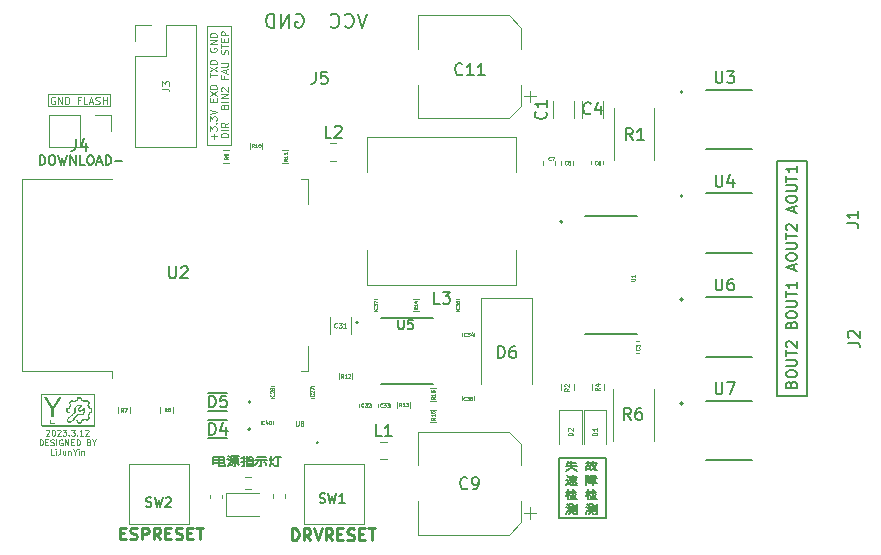
<source format=gbr>
%TF.GenerationSoftware,KiCad,Pcbnew,(6.0.8)*%
%TF.CreationDate,2023-03-12T18:26:40+08:00*%
%TF.ProjectId,STEP_MOTO,53544550-5f4d-44f5-944f-2e6b69636164,rev?*%
%TF.SameCoordinates,Original*%
%TF.FileFunction,Legend,Top*%
%TF.FilePolarity,Positive*%
%FSLAX46Y46*%
G04 Gerber Fmt 4.6, Leading zero omitted, Abs format (unit mm)*
G04 Created by KiCad (PCBNEW (6.0.8)) date 2023-03-12 18:26:40*
%MOMM*%
%LPD*%
G01*
G04 APERTURE LIST*
%ADD10C,0.200000*%
%ADD11C,0.050000*%
%ADD12C,0.100000*%
%ADD13C,0.150000*%
%ADD14C,0.250000*%
%ADD15C,0.125000*%
%ADD16C,0.075000*%
%ADD17C,0.098716*%
%ADD18C,0.120000*%
%ADD19C,0.140000*%
%ADD20C,0.127000*%
G04 APERTURE END LIST*
D10*
X45592800Y7691400D02*
X49606000Y7691400D01*
X49606000Y7691400D02*
X49606000Y2611400D01*
X49606000Y2611400D02*
X45592800Y2611400D01*
X45592800Y2611400D02*
X45592800Y7691400D01*
X64007800Y32837400D02*
X66573200Y32837400D01*
X66573200Y32837400D02*
X66573200Y12949200D01*
X66573200Y12949200D02*
X64007800Y12949200D01*
X64007800Y12949200D02*
X64007800Y32837400D01*
D11*
X15750000Y44250000D02*
X17800000Y44250000D01*
X17800000Y44250000D02*
X17800000Y34150000D01*
X17800000Y34150000D02*
X15750000Y34150000D01*
X15750000Y34150000D02*
X15750000Y44250000D01*
X2323900Y38476200D02*
X7581700Y38476200D01*
X7581700Y38476200D02*
X7581700Y37460200D01*
X7581700Y37460200D02*
X2323900Y37460200D01*
X2323900Y37460200D02*
X2323900Y38476200D01*
D12*
X17571428Y34842972D02*
X16971428Y34842972D01*
X16971428Y34985829D01*
X17000000Y35071543D01*
X17057142Y35128686D01*
X17114285Y35157258D01*
X17228571Y35185829D01*
X17314285Y35185829D01*
X17428571Y35157258D01*
X17485714Y35128686D01*
X17542857Y35071543D01*
X17571428Y34985829D01*
X17571428Y34842972D01*
X17571428Y35442972D02*
X16971428Y35442972D01*
X17571428Y36071543D02*
X17285714Y35871543D01*
X17571428Y35728686D02*
X16971428Y35728686D01*
X16971428Y35957258D01*
X17000000Y36014400D01*
X17028571Y36042972D01*
X17085714Y36071543D01*
X17171428Y36071543D01*
X17228571Y36042972D01*
X17257142Y36014400D01*
X17285714Y35957258D01*
X17285714Y35728686D01*
X17257142Y37442972D02*
X17285714Y37528686D01*
X17314285Y37557258D01*
X17371428Y37585829D01*
X17457142Y37585829D01*
X17514285Y37557258D01*
X17542857Y37528686D01*
X17571428Y37471543D01*
X17571428Y37242972D01*
X16971428Y37242972D01*
X16971428Y37442972D01*
X17000000Y37500115D01*
X17028571Y37528686D01*
X17085714Y37557258D01*
X17142857Y37557258D01*
X17200000Y37528686D01*
X17228571Y37500115D01*
X17257142Y37442972D01*
X17257142Y37242972D01*
X17571428Y37842972D02*
X16971428Y37842972D01*
X17571428Y38128686D02*
X16971428Y38128686D01*
X17571428Y38471543D01*
X16971428Y38471543D01*
X17028571Y38728686D02*
X17000000Y38757258D01*
X16971428Y38814400D01*
X16971428Y38957258D01*
X17000000Y39014400D01*
X17028571Y39042972D01*
X17085714Y39071543D01*
X17142857Y39071543D01*
X17228571Y39042972D01*
X17571428Y38700115D01*
X17571428Y39071543D01*
X17257142Y39985829D02*
X17257142Y39785829D01*
X17571428Y39785829D02*
X16971428Y39785829D01*
X16971428Y40071543D01*
X17400000Y40271543D02*
X17400000Y40557258D01*
X17571428Y40214400D02*
X16971428Y40414400D01*
X17571428Y40614400D01*
X16971428Y40814400D02*
X17457142Y40814400D01*
X17514285Y40842972D01*
X17542857Y40871543D01*
X17571428Y40928686D01*
X17571428Y41042972D01*
X17542857Y41100115D01*
X17514285Y41128686D01*
X17457142Y41157258D01*
X16971428Y41157258D01*
X17542857Y41871543D02*
X17571428Y41957258D01*
X17571428Y42100115D01*
X17542857Y42157258D01*
X17514285Y42185829D01*
X17457142Y42214400D01*
X17400000Y42214400D01*
X17342857Y42185829D01*
X17314285Y42157258D01*
X17285714Y42100115D01*
X17257142Y41985829D01*
X17228571Y41928686D01*
X17200000Y41900115D01*
X17142857Y41871543D01*
X17085714Y41871543D01*
X17028571Y41900115D01*
X17000000Y41928686D01*
X16971428Y41985829D01*
X16971428Y42128686D01*
X17000000Y42214400D01*
X16971428Y42385829D02*
X16971428Y42728686D01*
X17571428Y42557258D02*
X16971428Y42557258D01*
X17257142Y42928686D02*
X17257142Y43128686D01*
X17571428Y43214400D02*
X17571428Y42928686D01*
X16971428Y42928686D01*
X16971428Y43214400D01*
X17571428Y43471543D02*
X16971428Y43471543D01*
X16971428Y43700115D01*
X17000000Y43757258D01*
X17028571Y43785829D01*
X17085714Y43814400D01*
X17171428Y43814400D01*
X17228571Y43785829D01*
X17257142Y43757258D01*
X17285714Y43700115D01*
X17285714Y43471543D01*
D13*
X29342857Y45307143D02*
X28942857Y44107143D01*
X28542857Y45307143D01*
X27457142Y44221429D02*
X27514285Y44164286D01*
X27685714Y44107143D01*
X27800000Y44107143D01*
X27971428Y44164286D01*
X28085714Y44278572D01*
X28142857Y44392858D01*
X28200000Y44621429D01*
X28200000Y44792858D01*
X28142857Y45021429D01*
X28085714Y45135715D01*
X27971428Y45250000D01*
X27800000Y45307143D01*
X27685714Y45307143D01*
X27514285Y45250000D01*
X27457142Y45192858D01*
X26257142Y44221429D02*
X26314285Y44164286D01*
X26485714Y44107143D01*
X26600000Y44107143D01*
X26771428Y44164286D01*
X26885714Y44278572D01*
X26942857Y44392858D01*
X27000000Y44621429D01*
X27000000Y44792858D01*
X26942857Y45021429D01*
X26885714Y45135715D01*
X26771428Y45250000D01*
X26600000Y45307143D01*
X26485714Y45307143D01*
X26314285Y45250000D01*
X26257142Y45192858D01*
X23285714Y45250000D02*
X23400000Y45307143D01*
X23571428Y45307143D01*
X23742857Y45250000D01*
X23857142Y45135715D01*
X23914285Y45021429D01*
X23971428Y44792858D01*
X23971428Y44621429D01*
X23914285Y44392858D01*
X23857142Y44278572D01*
X23742857Y44164286D01*
X23571428Y44107143D01*
X23457142Y44107143D01*
X23285714Y44164286D01*
X23228571Y44221429D01*
X23228571Y44621429D01*
X23457142Y44621429D01*
X22714285Y44107143D02*
X22714285Y45307143D01*
X22028571Y44107143D01*
X22028571Y45307143D01*
X21457142Y44107143D02*
X21457142Y45307143D01*
X21171428Y45307143D01*
X21000000Y45250000D01*
X20885714Y45135715D01*
X20828571Y45021429D01*
X20771428Y44792858D01*
X20771428Y44621429D01*
X20828571Y44392858D01*
X20885714Y44278572D01*
X21000000Y44164286D01*
X21171428Y44107143D01*
X21457142Y44107143D01*
X46319228Y7240822D02*
X46997800Y7240822D01*
X46176371Y6990822D02*
X47104942Y6990822D01*
X46390657Y7419393D02*
X46247800Y7097965D01*
X46640657Y7455108D02*
X46640657Y6990822D01*
X46569228Y6847965D01*
X46426371Y6705108D01*
X46176371Y6597965D01*
X46640657Y6990822D02*
X46712085Y6847965D01*
X46854942Y6705108D01*
X47104942Y6597965D01*
X48390657Y7240822D02*
X48783514Y7240822D01*
X47854942Y7240822D02*
X48283514Y7240822D01*
X47890657Y6705108D02*
X48212085Y6705108D01*
X47890657Y6990822D02*
X47890657Y6633679D01*
X48069228Y7455108D02*
X48069228Y7026536D01*
X47890657Y6990822D02*
X48212085Y6990822D01*
X48212085Y6705108D01*
X48426371Y7455108D02*
X48319228Y7097965D01*
X48390657Y7240822D02*
X48533514Y6847965D01*
X48676371Y6669393D01*
X48819228Y6633679D01*
X48712085Y7240822D02*
X48604942Y6847965D01*
X48462085Y6705108D01*
X48283514Y6633679D01*
X46462085Y6104750D02*
X47104942Y6104750D01*
X46497800Y5783322D02*
X47033514Y5783322D01*
X46497800Y5997608D02*
X46497800Y5783322D01*
X46783514Y6247608D02*
X46783514Y5461893D01*
X46497800Y5997608D02*
X47033514Y5997608D01*
X47033514Y5783322D01*
X46247800Y6211893D02*
X46354942Y6069036D01*
X46176371Y5854750D02*
X46354942Y5854750D01*
X46354942Y5533322D01*
X46212085Y5390465D01*
X46783514Y5783322D02*
X46533514Y5533322D01*
X46783514Y5783322D02*
X47033514Y5533322D01*
X47104942Y5533322D01*
X46319228Y5497608D02*
X46676371Y5390465D01*
X47140657Y5390465D01*
X48176371Y6140465D02*
X48747800Y6140465D01*
X48104942Y5997608D02*
X48783514Y5997608D01*
X48212085Y5783322D02*
X48676371Y5783322D01*
X48212085Y5676179D02*
X48676371Y5676179D01*
X48104942Y5533322D02*
X48783514Y5533322D01*
X47854942Y6211893D02*
X47854942Y5390465D01*
X48212085Y5890465D02*
X48212085Y5676179D01*
X48283514Y6140465D02*
X48319228Y5997608D01*
X48462085Y6247608D02*
X48462085Y6140465D01*
X48462085Y5676179D02*
X48462085Y5390465D01*
X48212085Y5890465D02*
X48676371Y5890465D01*
X48676371Y5676179D01*
X48033514Y5926179D02*
X48104942Y5676179D01*
X47854942Y6176179D02*
X48104942Y6176179D01*
X47997800Y5961893D01*
X48604942Y6140465D02*
X48533514Y5997608D01*
X48069228Y5640465D02*
X47962085Y5640465D01*
X46176371Y4825822D02*
X46497800Y4825822D01*
X46640657Y4718679D02*
X46926371Y4718679D01*
X46497800Y4218679D02*
X47104942Y4218679D01*
X46354942Y5040108D02*
X46354942Y4182965D01*
X46783514Y5004393D02*
X47069228Y4682965D01*
X46783514Y5040108D02*
X46747800Y4897250D01*
X46497800Y4682965D01*
X46319228Y4825822D02*
X46426371Y4575822D01*
X47033514Y4611536D02*
X46854942Y4218679D01*
X46569228Y4575822D02*
X46604942Y4361536D01*
X46354942Y4861536D02*
X46212085Y4432965D01*
X46783514Y4611536D02*
X46783514Y4397250D01*
X47854942Y4825822D02*
X48176371Y4825822D01*
X48319228Y4718679D02*
X48604942Y4718679D01*
X48176371Y4218679D02*
X48783514Y4218679D01*
X48033514Y5040108D02*
X48033514Y4182965D01*
X48462085Y5004393D02*
X48747800Y4682965D01*
X48462085Y5040108D02*
X48426371Y4897250D01*
X48176371Y4682965D01*
X47997800Y4825822D02*
X48104942Y4575822D01*
X48712085Y4611536D02*
X48533514Y4218679D01*
X48247800Y4575822D02*
X48283514Y4361536D01*
X48033514Y4861536D02*
X47890657Y4432965D01*
X48462085Y4611536D02*
X48462085Y4397250D01*
X46962085Y2975465D02*
X47104942Y2975465D01*
X46462085Y3761179D02*
X46462085Y3189750D01*
X46462085Y3761179D02*
X46783514Y3761179D01*
X46783514Y3189750D01*
X46962085Y3725465D02*
X46962085Y3189750D01*
X47104942Y3796893D02*
X47104942Y2975465D01*
X46676371Y3118322D02*
X46819228Y2975465D01*
X46604942Y3118322D02*
X46426371Y2975465D01*
X46247800Y3796893D02*
X46390657Y3725465D01*
X46176371Y3546893D02*
X46354942Y3475465D01*
X46319228Y3261179D02*
X46212085Y2975465D01*
X46640657Y3654036D02*
X46640657Y3296893D01*
X46604942Y3118322D01*
X48640657Y2975465D02*
X48783514Y2975465D01*
X48140657Y3761179D02*
X48140657Y3189750D01*
X48140657Y3761179D02*
X48462085Y3761179D01*
X48462085Y3189750D01*
X48640657Y3725465D02*
X48640657Y3189750D01*
X48783514Y3796893D02*
X48783514Y2975465D01*
X48354942Y3118322D02*
X48497800Y2975465D01*
X48283514Y3118322D02*
X48104942Y2975465D01*
X47926371Y3796893D02*
X48069228Y3725465D01*
X47854942Y3546893D02*
X48033514Y3475465D01*
X47997800Y3261179D02*
X47890657Y2975465D01*
X48319228Y3654036D02*
X48319228Y3296893D01*
X48283514Y3118322D01*
D14*
X8409219Y1311229D02*
X8742552Y1311229D01*
X8885409Y787420D02*
X8409219Y787420D01*
X8409219Y1787420D01*
X8885409Y1787420D01*
X9266361Y835039D02*
X9409219Y787420D01*
X9647314Y787420D01*
X9742552Y835039D01*
X9790171Y882658D01*
X9837790Y977896D01*
X9837790Y1073134D01*
X9790171Y1168372D01*
X9742552Y1215991D01*
X9647314Y1263610D01*
X9456838Y1311229D01*
X9361600Y1358848D01*
X9313980Y1406467D01*
X9266361Y1501705D01*
X9266361Y1596943D01*
X9313980Y1692181D01*
X9361600Y1739800D01*
X9456838Y1787420D01*
X9694933Y1787420D01*
X9837790Y1739800D01*
X10266361Y787420D02*
X10266361Y1787420D01*
X10647314Y1787420D01*
X10742552Y1739800D01*
X10790171Y1692181D01*
X10837790Y1596943D01*
X10837790Y1454086D01*
X10790171Y1358848D01*
X10742552Y1311229D01*
X10647314Y1263610D01*
X10266361Y1263610D01*
X11837790Y787420D02*
X11504457Y1263610D01*
X11266361Y787420D02*
X11266361Y1787420D01*
X11647314Y1787420D01*
X11742552Y1739800D01*
X11790171Y1692181D01*
X11837790Y1596943D01*
X11837790Y1454086D01*
X11790171Y1358848D01*
X11742552Y1311229D01*
X11647314Y1263610D01*
X11266361Y1263610D01*
X12266361Y1311229D02*
X12599695Y1311229D01*
X12742552Y787420D02*
X12266361Y787420D01*
X12266361Y1787420D01*
X12742552Y1787420D01*
X13123504Y835039D02*
X13266361Y787420D01*
X13504457Y787420D01*
X13599695Y835039D01*
X13647314Y882658D01*
X13694933Y977896D01*
X13694933Y1073134D01*
X13647314Y1168372D01*
X13599695Y1215991D01*
X13504457Y1263610D01*
X13313980Y1311229D01*
X13218742Y1358848D01*
X13171123Y1406467D01*
X13123504Y1501705D01*
X13123504Y1596943D01*
X13171123Y1692181D01*
X13218742Y1739800D01*
X13313980Y1787420D01*
X13552076Y1787420D01*
X13694933Y1739800D01*
X14123504Y1311229D02*
X14456838Y1311229D01*
X14599695Y787420D02*
X14123504Y787420D01*
X14123504Y1787420D01*
X14599695Y1787420D01*
X14885409Y1787420D02*
X15456838Y1787420D01*
X15171123Y787420D02*
X15171123Y1787420D01*
D10*
X1644885Y32500896D02*
X1644885Y33300896D01*
X1835361Y33300896D01*
X1949647Y33262800D01*
X2025838Y33186610D01*
X2063933Y33110420D01*
X2102028Y32958039D01*
X2102028Y32843753D01*
X2063933Y32691372D01*
X2025838Y32615181D01*
X1949647Y32538991D01*
X1835361Y32500896D01*
X1644885Y32500896D01*
X2597266Y33300896D02*
X2749647Y33300896D01*
X2825838Y33262800D01*
X2902028Y33186610D01*
X2940123Y33034229D01*
X2940123Y32767562D01*
X2902028Y32615181D01*
X2825838Y32538991D01*
X2749647Y32500896D01*
X2597266Y32500896D01*
X2521076Y32538991D01*
X2444885Y32615181D01*
X2406790Y32767562D01*
X2406790Y33034229D01*
X2444885Y33186610D01*
X2521076Y33262800D01*
X2597266Y33300896D01*
X3206790Y33300896D02*
X3397266Y32500896D01*
X3549647Y33072324D01*
X3702028Y32500896D01*
X3892504Y33300896D01*
X4197266Y32500896D02*
X4197266Y33300896D01*
X4654409Y32500896D01*
X4654409Y33300896D01*
X5416314Y32500896D02*
X5035361Y32500896D01*
X5035361Y33300896D01*
X5835361Y33300896D02*
X5987742Y33300896D01*
X6063933Y33262800D01*
X6140123Y33186610D01*
X6178219Y33034229D01*
X6178219Y32767562D01*
X6140123Y32615181D01*
X6063933Y32538991D01*
X5987742Y32500896D01*
X5835361Y32500896D01*
X5759171Y32538991D01*
X5682980Y32615181D01*
X5644885Y32767562D01*
X5644885Y33034229D01*
X5682980Y33186610D01*
X5759171Y33262800D01*
X5835361Y33300896D01*
X6482980Y32729467D02*
X6863933Y32729467D01*
X6406790Y32500896D02*
X6673457Y33300896D01*
X6940123Y32500896D01*
X7206790Y32500896D02*
X7206790Y33300896D01*
X7397266Y33300896D01*
X7511552Y33262800D01*
X7587742Y33186610D01*
X7625838Y33110420D01*
X7663933Y32958039D01*
X7663933Y32843753D01*
X7625838Y32691372D01*
X7587742Y32615181D01*
X7511552Y32538991D01*
X7397266Y32500896D01*
X7206790Y32500896D01*
X8006790Y32805658D02*
X8616314Y32805658D01*
X65264314Y13939343D02*
X65307171Y14067915D01*
X65350028Y14110772D01*
X65435742Y14153629D01*
X65564314Y14153629D01*
X65650028Y14110772D01*
X65692885Y14067915D01*
X65735742Y13982200D01*
X65735742Y13639343D01*
X64835742Y13639343D01*
X64835742Y13939343D01*
X64878600Y14025058D01*
X64921457Y14067915D01*
X65007171Y14110772D01*
X65092885Y14110772D01*
X65178600Y14067915D01*
X65221457Y14025058D01*
X65264314Y13939343D01*
X65264314Y13639343D01*
X64835742Y14710772D02*
X64835742Y14882200D01*
X64878600Y14967915D01*
X64964314Y15053629D01*
X65135742Y15096486D01*
X65435742Y15096486D01*
X65607171Y15053629D01*
X65692885Y14967915D01*
X65735742Y14882200D01*
X65735742Y14710772D01*
X65692885Y14625058D01*
X65607171Y14539343D01*
X65435742Y14496486D01*
X65135742Y14496486D01*
X64964314Y14539343D01*
X64878600Y14625058D01*
X64835742Y14710772D01*
X64835742Y15482200D02*
X65564314Y15482200D01*
X65650028Y15525058D01*
X65692885Y15567915D01*
X65735742Y15653629D01*
X65735742Y15825058D01*
X65692885Y15910772D01*
X65650028Y15953629D01*
X65564314Y15996486D01*
X64835742Y15996486D01*
X64835742Y16296486D02*
X64835742Y16810772D01*
X65735742Y16553629D02*
X64835742Y16553629D01*
X64921457Y17067915D02*
X64878600Y17110772D01*
X64835742Y17196486D01*
X64835742Y17410772D01*
X64878600Y17496486D01*
X64921457Y17539343D01*
X65007171Y17582200D01*
X65092885Y17582200D01*
X65221457Y17539343D01*
X65735742Y17025058D01*
X65735742Y17582200D01*
X65264314Y18953629D02*
X65307171Y19082200D01*
X65350028Y19125058D01*
X65435742Y19167915D01*
X65564314Y19167915D01*
X65650028Y19125058D01*
X65692885Y19082200D01*
X65735742Y18996486D01*
X65735742Y18653629D01*
X64835742Y18653629D01*
X64835742Y18953629D01*
X64878600Y19039343D01*
X64921457Y19082200D01*
X65007171Y19125058D01*
X65092885Y19125058D01*
X65178600Y19082200D01*
X65221457Y19039343D01*
X65264314Y18953629D01*
X65264314Y18653629D01*
X64835742Y19725058D02*
X64835742Y19896486D01*
X64878600Y19982200D01*
X64964314Y20067915D01*
X65135742Y20110772D01*
X65435742Y20110772D01*
X65607171Y20067915D01*
X65692885Y19982200D01*
X65735742Y19896486D01*
X65735742Y19725058D01*
X65692885Y19639343D01*
X65607171Y19553629D01*
X65435742Y19510772D01*
X65135742Y19510772D01*
X64964314Y19553629D01*
X64878600Y19639343D01*
X64835742Y19725058D01*
X64835742Y20496486D02*
X65564314Y20496486D01*
X65650028Y20539343D01*
X65692885Y20582200D01*
X65735742Y20667915D01*
X65735742Y20839343D01*
X65692885Y20925058D01*
X65650028Y20967915D01*
X65564314Y21010772D01*
X64835742Y21010772D01*
X64835742Y21310772D02*
X64835742Y21825058D01*
X65735742Y21567915D02*
X64835742Y21567915D01*
X65735742Y22596486D02*
X65735742Y22082200D01*
X65735742Y22339343D02*
X64835742Y22339343D01*
X64964314Y22253629D01*
X65050028Y22167915D01*
X65092885Y22082200D01*
X65478600Y23625058D02*
X65478600Y24053629D01*
X65735742Y23539343D02*
X64835742Y23839343D01*
X65735742Y24139343D01*
X64835742Y24610772D02*
X64835742Y24782200D01*
X64878600Y24867915D01*
X64964314Y24953629D01*
X65135742Y24996486D01*
X65435742Y24996486D01*
X65607171Y24953629D01*
X65692885Y24867915D01*
X65735742Y24782200D01*
X65735742Y24610772D01*
X65692885Y24525058D01*
X65607171Y24439343D01*
X65435742Y24396486D01*
X65135742Y24396486D01*
X64964314Y24439343D01*
X64878600Y24525058D01*
X64835742Y24610772D01*
X64835742Y25382200D02*
X65564314Y25382200D01*
X65650028Y25425058D01*
X65692885Y25467915D01*
X65735742Y25553629D01*
X65735742Y25725058D01*
X65692885Y25810772D01*
X65650028Y25853629D01*
X65564314Y25896486D01*
X64835742Y25896486D01*
X64835742Y26196486D02*
X64835742Y26710772D01*
X65735742Y26453629D02*
X64835742Y26453629D01*
X64921457Y26967915D02*
X64878600Y27010772D01*
X64835742Y27096486D01*
X64835742Y27310772D01*
X64878600Y27396486D01*
X64921457Y27439343D01*
X65007171Y27482200D01*
X65092885Y27482200D01*
X65221457Y27439343D01*
X65735742Y26925058D01*
X65735742Y27482200D01*
X65478600Y28510772D02*
X65478600Y28939343D01*
X65735742Y28425058D02*
X64835742Y28725058D01*
X65735742Y29025058D01*
X64835742Y29496486D02*
X64835742Y29667915D01*
X64878600Y29753629D01*
X64964314Y29839343D01*
X65135742Y29882200D01*
X65435742Y29882200D01*
X65607171Y29839343D01*
X65692885Y29753629D01*
X65735742Y29667915D01*
X65735742Y29496486D01*
X65692885Y29410772D01*
X65607171Y29325058D01*
X65435742Y29282200D01*
X65135742Y29282200D01*
X64964314Y29325058D01*
X64878600Y29410772D01*
X64835742Y29496486D01*
X64835742Y30267915D02*
X65564314Y30267915D01*
X65650028Y30310772D01*
X65692885Y30353629D01*
X65735742Y30439343D01*
X65735742Y30610772D01*
X65692885Y30696486D01*
X65650028Y30739343D01*
X65564314Y30782200D01*
X64835742Y30782200D01*
X64835742Y31082200D02*
X64835742Y31596486D01*
X65735742Y31339343D02*
X64835742Y31339343D01*
X65735742Y32367915D02*
X65735742Y31853629D01*
X65735742Y32110772D02*
X64835742Y32110772D01*
X64964314Y32025058D01*
X65050028Y31939343D01*
X65092885Y31853629D01*
D13*
X16326009Y7469134D02*
X17202200Y7469134D01*
X16326009Y7240562D02*
X17202200Y7240562D01*
X16783152Y6973896D02*
X17278390Y6973896D01*
X16326009Y7735800D02*
X16326009Y7164372D01*
X16783152Y7888181D02*
X16783152Y6973896D01*
X16326009Y7735800D02*
X17202200Y7735800D01*
X17202200Y7240562D01*
X17316485Y7164372D02*
X17278390Y6973896D01*
X17849819Y7850086D02*
X18497438Y7850086D01*
X17964104Y7507229D02*
X18421247Y7507229D01*
X17964104Y7354848D02*
X18421247Y7354848D01*
X18040295Y6973896D02*
X18192676Y6973896D01*
X17964104Y7659610D02*
X17964104Y7354848D01*
X18192676Y7811991D02*
X18154580Y7659610D01*
X18192676Y7354848D02*
X18192676Y6973896D01*
X17964104Y7659610D02*
X18421247Y7659610D01*
X18421247Y7354848D01*
X18345057Y7240562D02*
X18459342Y7126277D01*
X18002200Y7240562D02*
X17926009Y7088181D01*
X17583152Y7850086D02*
X17735533Y7773896D01*
X17506961Y7583420D02*
X17697438Y7507229D01*
X17697438Y7316753D02*
X17545057Y6973896D01*
X17849819Y7850086D02*
X17849819Y7392943D01*
X17773628Y7088181D01*
X18687914Y7659610D02*
X19030771Y7659610D01*
X19145057Y7507229D02*
X19640295Y7507229D01*
X19145057Y7202467D02*
X19640295Y7202467D01*
X19145057Y7011991D02*
X19640295Y7011991D01*
X18726009Y6973896D02*
X18878390Y6973896D01*
X18878390Y7888181D02*
X18878390Y6973896D01*
X19183152Y7888181D02*
X19183152Y7545324D01*
X19145057Y7392943D02*
X19145057Y6973896D01*
X19145057Y7392943D02*
X19640295Y7392943D01*
X19640295Y6973896D01*
X19678390Y7659610D02*
X19640295Y7507229D01*
X19030771Y7431039D02*
X18687914Y7316753D01*
X19602200Y7773896D02*
X19145057Y7697705D01*
X19983152Y7773896D02*
X20783152Y7773896D01*
X19868866Y7545324D02*
X20859342Y7545324D01*
X20173628Y6973896D02*
X20364104Y6973896D01*
X20364104Y7545324D02*
X20364104Y6973896D01*
X20630771Y7354848D02*
X20745057Y7240562D01*
X20821247Y7050086D01*
X20097438Y7392943D02*
X20021247Y7240562D01*
X19868866Y7088181D01*
X21506961Y7773896D02*
X22040295Y7773896D01*
X21583152Y6973896D02*
X21811723Y6973896D01*
X21811723Y7773896D02*
X21811723Y6973896D01*
X21430771Y7659610D02*
X21354580Y7507229D01*
X21126009Y7659610D02*
X21087914Y7469134D01*
X21240295Y7888181D02*
X21240295Y7431039D01*
X21240295Y7240562D01*
X21087914Y7011991D01*
X21240295Y7278658D02*
X21430771Y7126277D01*
D12*
X2884542Y38217400D02*
X2827400Y38245972D01*
X2741685Y38245972D01*
X2655971Y38217400D01*
X2598828Y38160258D01*
X2570257Y38103115D01*
X2541685Y37988829D01*
X2541685Y37903115D01*
X2570257Y37788829D01*
X2598828Y37731686D01*
X2655971Y37674543D01*
X2741685Y37645972D01*
X2798828Y37645972D01*
X2884542Y37674543D01*
X2913114Y37703115D01*
X2913114Y37903115D01*
X2798828Y37903115D01*
X3170257Y37645972D02*
X3170257Y38245972D01*
X3513114Y37645972D01*
X3513114Y38245972D01*
X3798828Y37645972D02*
X3798828Y38245972D01*
X3941685Y38245972D01*
X4027400Y38217400D01*
X4084542Y38160258D01*
X4113114Y38103115D01*
X4141685Y37988829D01*
X4141685Y37903115D01*
X4113114Y37788829D01*
X4084542Y37731686D01*
X4027400Y37674543D01*
X3941685Y37645972D01*
X3798828Y37645972D01*
X5055971Y37960258D02*
X4855971Y37960258D01*
X4855971Y37645972D02*
X4855971Y38245972D01*
X5141685Y38245972D01*
X5655971Y37645972D02*
X5370257Y37645972D01*
X5370257Y38245972D01*
X5827400Y37817400D02*
X6113114Y37817400D01*
X5770257Y37645972D02*
X5970257Y38245972D01*
X6170257Y37645972D01*
X6341685Y37674543D02*
X6427400Y37645972D01*
X6570257Y37645972D01*
X6627400Y37674543D01*
X6655971Y37703115D01*
X6684542Y37760258D01*
X6684542Y37817400D01*
X6655971Y37874543D01*
X6627400Y37903115D01*
X6570257Y37931686D01*
X6455971Y37960258D01*
X6398828Y37988829D01*
X6370257Y38017400D01*
X6341685Y38074543D01*
X6341685Y38131686D01*
X6370257Y38188829D01*
X6398828Y38217400D01*
X6455971Y38245972D01*
X6598828Y38245972D01*
X6684542Y38217400D01*
X6941685Y37645972D02*
X6941685Y38245972D01*
X6941685Y37960258D02*
X7284542Y37960258D01*
X7284542Y37645972D02*
X7284542Y38245972D01*
D15*
X2152676Y10017991D02*
X2176485Y10041800D01*
X2224104Y10065610D01*
X2343152Y10065610D01*
X2390771Y10041800D01*
X2414580Y10017991D01*
X2438390Y9970372D01*
X2438390Y9922753D01*
X2414580Y9851324D01*
X2128866Y9565610D01*
X2438390Y9565610D01*
X2747914Y10065610D02*
X2795533Y10065610D01*
X2843152Y10041800D01*
X2866961Y10017991D01*
X2890771Y9970372D01*
X2914580Y9875134D01*
X2914580Y9756086D01*
X2890771Y9660848D01*
X2866961Y9613229D01*
X2843152Y9589420D01*
X2795533Y9565610D01*
X2747914Y9565610D01*
X2700295Y9589420D01*
X2676485Y9613229D01*
X2652676Y9660848D01*
X2628866Y9756086D01*
X2628866Y9875134D01*
X2652676Y9970372D01*
X2676485Y10017991D01*
X2700295Y10041800D01*
X2747914Y10065610D01*
X3105057Y10017991D02*
X3128866Y10041800D01*
X3176485Y10065610D01*
X3295533Y10065610D01*
X3343152Y10041800D01*
X3366961Y10017991D01*
X3390771Y9970372D01*
X3390771Y9922753D01*
X3366961Y9851324D01*
X3081247Y9565610D01*
X3390771Y9565610D01*
X3557438Y10065610D02*
X3866961Y10065610D01*
X3700295Y9875134D01*
X3771723Y9875134D01*
X3819342Y9851324D01*
X3843152Y9827515D01*
X3866961Y9779896D01*
X3866961Y9660848D01*
X3843152Y9613229D01*
X3819342Y9589420D01*
X3771723Y9565610D01*
X3628866Y9565610D01*
X3581247Y9589420D01*
X3557438Y9613229D01*
X4081247Y9613229D02*
X4105057Y9589420D01*
X4081247Y9565610D01*
X4057438Y9589420D01*
X4081247Y9613229D01*
X4081247Y9565610D01*
X4271723Y10065610D02*
X4581247Y10065610D01*
X4414580Y9875134D01*
X4486009Y9875134D01*
X4533628Y9851324D01*
X4557438Y9827515D01*
X4581247Y9779896D01*
X4581247Y9660848D01*
X4557438Y9613229D01*
X4533628Y9589420D01*
X4486009Y9565610D01*
X4343152Y9565610D01*
X4295533Y9589420D01*
X4271723Y9613229D01*
X4795533Y9613229D02*
X4819342Y9589420D01*
X4795533Y9565610D01*
X4771723Y9589420D01*
X4795533Y9613229D01*
X4795533Y9565610D01*
X5295533Y9565610D02*
X5009819Y9565610D01*
X5152676Y9565610D02*
X5152676Y10065610D01*
X5105057Y9994181D01*
X5057438Y9946562D01*
X5009819Y9922753D01*
X5486009Y10017991D02*
X5509819Y10041800D01*
X5557438Y10065610D01*
X5676485Y10065610D01*
X5724104Y10041800D01*
X5747914Y10017991D01*
X5771723Y9970372D01*
X5771723Y9922753D01*
X5747914Y9851324D01*
X5462200Y9565610D01*
X5771723Y9565610D01*
X1605057Y8760610D02*
X1605057Y9260610D01*
X1724104Y9260610D01*
X1795533Y9236800D01*
X1843152Y9189181D01*
X1866961Y9141562D01*
X1890771Y9046324D01*
X1890771Y8974896D01*
X1866961Y8879658D01*
X1843152Y8832039D01*
X1795533Y8784420D01*
X1724104Y8760610D01*
X1605057Y8760610D01*
X2105057Y9022515D02*
X2271723Y9022515D01*
X2343152Y8760610D02*
X2105057Y8760610D01*
X2105057Y9260610D01*
X2343152Y9260610D01*
X2533628Y8784420D02*
X2605057Y8760610D01*
X2724104Y8760610D01*
X2771723Y8784420D01*
X2795533Y8808229D01*
X2819342Y8855848D01*
X2819342Y8903467D01*
X2795533Y8951086D01*
X2771723Y8974896D01*
X2724104Y8998705D01*
X2628866Y9022515D01*
X2581247Y9046324D01*
X2557438Y9070134D01*
X2533628Y9117753D01*
X2533628Y9165372D01*
X2557438Y9212991D01*
X2581247Y9236800D01*
X2628866Y9260610D01*
X2747914Y9260610D01*
X2819342Y9236800D01*
X3033628Y8760610D02*
X3033628Y9260610D01*
X3533628Y9236800D02*
X3486009Y9260610D01*
X3414580Y9260610D01*
X3343152Y9236800D01*
X3295533Y9189181D01*
X3271723Y9141562D01*
X3247914Y9046324D01*
X3247914Y8974896D01*
X3271723Y8879658D01*
X3295533Y8832039D01*
X3343152Y8784420D01*
X3414580Y8760610D01*
X3462200Y8760610D01*
X3533628Y8784420D01*
X3557438Y8808229D01*
X3557438Y8974896D01*
X3462200Y8974896D01*
X3771723Y8760610D02*
X3771723Y9260610D01*
X4057438Y8760610D01*
X4057438Y9260610D01*
X4295533Y9022515D02*
X4462200Y9022515D01*
X4533628Y8760610D02*
X4295533Y8760610D01*
X4295533Y9260610D01*
X4533628Y9260610D01*
X4747914Y8760610D02*
X4747914Y9260610D01*
X4866961Y9260610D01*
X4938390Y9236800D01*
X4986009Y9189181D01*
X5009819Y9141562D01*
X5033628Y9046324D01*
X5033628Y8974896D01*
X5009819Y8879658D01*
X4986009Y8832039D01*
X4938390Y8784420D01*
X4866961Y8760610D01*
X4747914Y8760610D01*
X5795533Y9022515D02*
X5866961Y8998705D01*
X5890771Y8974896D01*
X5914580Y8927277D01*
X5914580Y8855848D01*
X5890771Y8808229D01*
X5866961Y8784420D01*
X5819342Y8760610D01*
X5628866Y8760610D01*
X5628866Y9260610D01*
X5795533Y9260610D01*
X5843152Y9236800D01*
X5866961Y9212991D01*
X5890771Y9165372D01*
X5890771Y9117753D01*
X5866961Y9070134D01*
X5843152Y9046324D01*
X5795533Y9022515D01*
X5628866Y9022515D01*
X6224104Y8998705D02*
X6224104Y8760610D01*
X6057438Y9260610D02*
X6224104Y8998705D01*
X6390771Y9260610D01*
X2795533Y7955610D02*
X2557438Y7955610D01*
X2557438Y8455610D01*
X2962200Y7955610D02*
X2962200Y8288943D01*
X2962200Y8455610D02*
X2938390Y8431800D01*
X2962200Y8407991D01*
X2986009Y8431800D01*
X2962200Y8455610D01*
X2962200Y8407991D01*
X3343152Y8455610D02*
X3343152Y8098467D01*
X3319342Y8027039D01*
X3271723Y7979420D01*
X3200295Y7955610D01*
X3152676Y7955610D01*
X3795533Y8288943D02*
X3795533Y7955610D01*
X3581247Y8288943D02*
X3581247Y8027039D01*
X3605057Y7979420D01*
X3652676Y7955610D01*
X3724104Y7955610D01*
X3771723Y7979420D01*
X3795533Y8003229D01*
X4033628Y8288943D02*
X4033628Y7955610D01*
X4033628Y8241324D02*
X4057438Y8265134D01*
X4105057Y8288943D01*
X4176485Y8288943D01*
X4224104Y8265134D01*
X4247914Y8217515D01*
X4247914Y7955610D01*
X4581247Y8193705D02*
X4581247Y7955610D01*
X4414580Y8455610D02*
X4581247Y8193705D01*
X4747914Y8455610D01*
X4914580Y7955610D02*
X4914580Y8288943D01*
X4914580Y8455610D02*
X4890771Y8431800D01*
X4914580Y8407991D01*
X4938390Y8431800D01*
X4914580Y8455610D01*
X4914580Y8407991D01*
X5152676Y8288943D02*
X5152676Y7955610D01*
X5152676Y8241324D02*
X5176485Y8265134D01*
X5224104Y8288943D01*
X5295533Y8288943D01*
X5343152Y8265134D01*
X5366961Y8217515D01*
X5366961Y7955610D01*
D12*
X16374857Y34690572D02*
X16374857Y35147715D01*
X16603428Y34919143D02*
X16146285Y34919143D01*
X16003428Y35376286D02*
X16003428Y35747715D01*
X16232000Y35547715D01*
X16232000Y35633429D01*
X16260571Y35690572D01*
X16289142Y35719143D01*
X16346285Y35747715D01*
X16489142Y35747715D01*
X16546285Y35719143D01*
X16574857Y35690572D01*
X16603428Y35633429D01*
X16603428Y35462000D01*
X16574857Y35404858D01*
X16546285Y35376286D01*
X16546285Y36004858D02*
X16574857Y36033429D01*
X16603428Y36004858D01*
X16574857Y35976286D01*
X16546285Y36004858D01*
X16603428Y36004858D01*
X16003428Y36233429D02*
X16003428Y36604858D01*
X16232000Y36404858D01*
X16232000Y36490572D01*
X16260571Y36547715D01*
X16289142Y36576286D01*
X16346285Y36604858D01*
X16489142Y36604858D01*
X16546285Y36576286D01*
X16574857Y36547715D01*
X16603428Y36490572D01*
X16603428Y36319143D01*
X16574857Y36262000D01*
X16546285Y36233429D01*
X16003428Y36776286D02*
X16603428Y36976286D01*
X16003428Y37176286D01*
X16289142Y37833429D02*
X16289142Y38033429D01*
X16603428Y38119143D02*
X16603428Y37833429D01*
X16003428Y37833429D01*
X16003428Y38119143D01*
X16003428Y38319143D02*
X16603428Y38719143D01*
X16003428Y38719143D02*
X16603428Y38319143D01*
X16603428Y38947715D02*
X16003428Y38947715D01*
X16003428Y39090572D01*
X16032000Y39176286D01*
X16089142Y39233429D01*
X16146285Y39262000D01*
X16260571Y39290572D01*
X16346285Y39290572D01*
X16460571Y39262000D01*
X16517714Y39233429D01*
X16574857Y39176286D01*
X16603428Y39090572D01*
X16603428Y38947715D01*
X16003428Y39919143D02*
X16003428Y40262000D01*
X16603428Y40090572D02*
X16003428Y40090572D01*
X16003428Y40404858D02*
X16603428Y40804858D01*
X16003428Y40804858D02*
X16603428Y40404858D01*
X16603428Y41033429D02*
X16003428Y41033429D01*
X16003428Y41176286D01*
X16032000Y41262000D01*
X16089142Y41319143D01*
X16146285Y41347715D01*
X16260571Y41376286D01*
X16346285Y41376286D01*
X16460571Y41347715D01*
X16517714Y41319143D01*
X16574857Y41262000D01*
X16603428Y41176286D01*
X16603428Y41033429D01*
X16032000Y42404858D02*
X16003428Y42347715D01*
X16003428Y42262000D01*
X16032000Y42176286D01*
X16089142Y42119143D01*
X16146285Y42090572D01*
X16260571Y42062000D01*
X16346285Y42062000D01*
X16460571Y42090572D01*
X16517714Y42119143D01*
X16574857Y42176286D01*
X16603428Y42262000D01*
X16603428Y42319143D01*
X16574857Y42404858D01*
X16546285Y42433429D01*
X16346285Y42433429D01*
X16346285Y42319143D01*
X16603428Y42690572D02*
X16003428Y42690572D01*
X16603428Y43033429D01*
X16003428Y43033429D01*
X16603428Y43319143D02*
X16003428Y43319143D01*
X16003428Y43462000D01*
X16032000Y43547715D01*
X16089142Y43604858D01*
X16146285Y43633429D01*
X16260571Y43662000D01*
X16346285Y43662000D01*
X16460571Y43633429D01*
X16517714Y43604858D01*
X16574857Y43547715D01*
X16603428Y43462000D01*
X16603428Y43319143D01*
D14*
X22963419Y711220D02*
X22963419Y1711220D01*
X23201514Y1711220D01*
X23344371Y1663600D01*
X23439609Y1568362D01*
X23487228Y1473124D01*
X23534847Y1282648D01*
X23534847Y1139791D01*
X23487228Y949315D01*
X23439609Y854077D01*
X23344371Y758839D01*
X23201514Y711220D01*
X22963419Y711220D01*
X24534847Y711220D02*
X24201514Y1187410D01*
X23963419Y711220D02*
X23963419Y1711220D01*
X24344371Y1711220D01*
X24439609Y1663600D01*
X24487228Y1615981D01*
X24534847Y1520743D01*
X24534847Y1377886D01*
X24487228Y1282648D01*
X24439609Y1235029D01*
X24344371Y1187410D01*
X23963419Y1187410D01*
X24820561Y1711220D02*
X25153895Y711220D01*
X25487228Y1711220D01*
X26391990Y711220D02*
X26058657Y1187410D01*
X25820561Y711220D02*
X25820561Y1711220D01*
X26201514Y1711220D01*
X26296752Y1663600D01*
X26344371Y1615981D01*
X26391990Y1520743D01*
X26391990Y1377886D01*
X26344371Y1282648D01*
X26296752Y1235029D01*
X26201514Y1187410D01*
X25820561Y1187410D01*
X26820561Y1235029D02*
X27153895Y1235029D01*
X27296752Y711220D02*
X26820561Y711220D01*
X26820561Y1711220D01*
X27296752Y1711220D01*
X27677704Y758839D02*
X27820561Y711220D01*
X28058657Y711220D01*
X28153895Y758839D01*
X28201514Y806458D01*
X28249133Y901696D01*
X28249133Y996934D01*
X28201514Y1092172D01*
X28153895Y1139791D01*
X28058657Y1187410D01*
X27868180Y1235029D01*
X27772942Y1282648D01*
X27725323Y1330267D01*
X27677704Y1425505D01*
X27677704Y1520743D01*
X27725323Y1615981D01*
X27772942Y1663600D01*
X27868180Y1711220D01*
X28106276Y1711220D01*
X28249133Y1663600D01*
X28677704Y1235029D02*
X29011038Y1235029D01*
X29153895Y711220D02*
X28677704Y711220D01*
X28677704Y1711220D01*
X29153895Y1711220D01*
X29439609Y1711220D02*
X30011038Y1711220D01*
X29725323Y711220D02*
X29725323Y1711220D01*
D13*
%TO.C,U2*%
X12588095Y23897620D02*
X12588095Y23088096D01*
X12635714Y22992858D01*
X12683333Y22945239D01*
X12778571Y22897620D01*
X12969047Y22897620D01*
X13064285Y22945239D01*
X13111904Y22992858D01*
X13159523Y23088096D01*
X13159523Y23897620D01*
X13588095Y23802381D02*
X13635714Y23850000D01*
X13730952Y23897620D01*
X13969047Y23897620D01*
X14064285Y23850000D01*
X14111904Y23802381D01*
X14159523Y23707143D01*
X14159523Y23611905D01*
X14111904Y23469048D01*
X13540476Y22897620D01*
X14159523Y22897620D01*
%TO.C,R6*%
X51674533Y10922020D02*
X51341200Y11398210D01*
X51103104Y10922020D02*
X51103104Y11922020D01*
X51484057Y11922020D01*
X51579295Y11874400D01*
X51626914Y11826781D01*
X51674533Y11731543D01*
X51674533Y11588686D01*
X51626914Y11493448D01*
X51579295Y11445829D01*
X51484057Y11398210D01*
X51103104Y11398210D01*
X52531676Y11922020D02*
X52341200Y11922020D01*
X52245961Y11874400D01*
X52198342Y11826781D01*
X52103104Y11683924D01*
X52055485Y11493448D01*
X52055485Y11112496D01*
X52103104Y11017258D01*
X52150723Y10969639D01*
X52245961Y10922020D01*
X52436438Y10922020D01*
X52531676Y10969639D01*
X52579295Y11017258D01*
X52626914Y11112496D01*
X52626914Y11350591D01*
X52579295Y11445829D01*
X52531676Y11493448D01*
X52436438Y11541067D01*
X52245961Y11541067D01*
X52150723Y11493448D01*
X52103104Y11445829D01*
X52055485Y11350591D01*
D16*
%TO.C,R16*%
X35060514Y11079943D02*
X34917657Y10979943D01*
X35060514Y10908515D02*
X34760514Y10908515D01*
X34760514Y11022800D01*
X34774800Y11051372D01*
X34789085Y11065658D01*
X34817657Y11079943D01*
X34860514Y11079943D01*
X34889085Y11065658D01*
X34903371Y11051372D01*
X34917657Y11022800D01*
X34917657Y10908515D01*
X35060514Y11365658D02*
X35060514Y11194229D01*
X35060514Y11279943D02*
X34760514Y11279943D01*
X34803371Y11251372D01*
X34831942Y11222800D01*
X34846228Y11194229D01*
X34760514Y11622800D02*
X34760514Y11565658D01*
X34774800Y11537086D01*
X34789085Y11522800D01*
X34831942Y11494229D01*
X34889085Y11479943D01*
X35003371Y11479943D01*
X35031942Y11494229D01*
X35046228Y11508515D01*
X35060514Y11537086D01*
X35060514Y11594229D01*
X35046228Y11622800D01*
X35031942Y11637086D01*
X35003371Y11651372D01*
X34931942Y11651372D01*
X34903371Y11637086D01*
X34889085Y11622800D01*
X34874800Y11594229D01*
X34874800Y11537086D01*
X34889085Y11508515D01*
X34903371Y11494229D01*
X34931942Y11479943D01*
%TO.C,R9*%
X17558014Y33168400D02*
X17415157Y33068400D01*
X17558014Y32996972D02*
X17258014Y32996972D01*
X17258014Y33111258D01*
X17272300Y33139829D01*
X17286585Y33154115D01*
X17315157Y33168400D01*
X17358014Y33168400D01*
X17386585Y33154115D01*
X17400871Y33139829D01*
X17415157Y33111258D01*
X17415157Y32996972D01*
X17558014Y33311258D02*
X17558014Y33368400D01*
X17543728Y33396972D01*
X17529442Y33411258D01*
X17486585Y33439829D01*
X17429442Y33454115D01*
X17315157Y33454115D01*
X17286585Y33439829D01*
X17272300Y33425543D01*
X17258014Y33396972D01*
X17258014Y33339829D01*
X17272300Y33311258D01*
X17286585Y33296972D01*
X17315157Y33282686D01*
X17386585Y33282686D01*
X17415157Y33296972D01*
X17429442Y33311258D01*
X17443728Y33339829D01*
X17443728Y33396972D01*
X17429442Y33425543D01*
X17415157Y33439829D01*
X17386585Y33454115D01*
D17*
%TO.C,U8*%
X23320950Y10802136D02*
X23320950Y10482483D01*
X23339753Y10444877D01*
X23358556Y10426074D01*
X23396162Y10407271D01*
X23471375Y10407271D01*
X23508981Y10426074D01*
X23527784Y10444877D01*
X23546587Y10482483D01*
X23546587Y10802136D01*
X23791027Y10632908D02*
X23753421Y10651711D01*
X23734618Y10670514D01*
X23715815Y10708121D01*
X23715815Y10726924D01*
X23734618Y10764530D01*
X23753421Y10783333D01*
X23791027Y10802136D01*
X23866240Y10802136D01*
X23903846Y10783333D01*
X23922649Y10764530D01*
X23941452Y10726924D01*
X23941452Y10708121D01*
X23922649Y10670514D01*
X23903846Y10651711D01*
X23866240Y10632908D01*
X23791027Y10632908D01*
X23753421Y10614105D01*
X23734618Y10595302D01*
X23715815Y10557696D01*
X23715815Y10482483D01*
X23734618Y10444877D01*
X23753421Y10426074D01*
X23791027Y10407271D01*
X23866240Y10407271D01*
X23903846Y10426074D01*
X23922649Y10444877D01*
X23941452Y10482483D01*
X23941452Y10557696D01*
X23922649Y10595302D01*
X23903846Y10614105D01*
X23866240Y10632908D01*
D16*
%TO.C,R13*%
X32242742Y12053386D02*
X32142742Y12196243D01*
X32071314Y12053386D02*
X32071314Y12353386D01*
X32185600Y12353386D01*
X32214171Y12339100D01*
X32228457Y12324815D01*
X32242742Y12296243D01*
X32242742Y12253386D01*
X32228457Y12224815D01*
X32214171Y12210529D01*
X32185600Y12196243D01*
X32071314Y12196243D01*
X32528457Y12053386D02*
X32357028Y12053386D01*
X32442742Y12053386D02*
X32442742Y12353386D01*
X32414171Y12310529D01*
X32385600Y12281958D01*
X32357028Y12267672D01*
X32628457Y12353386D02*
X32814171Y12353386D01*
X32714171Y12239100D01*
X32757028Y12239100D01*
X32785600Y12224815D01*
X32799885Y12210529D01*
X32814171Y12181958D01*
X32814171Y12110529D01*
X32799885Y12081958D01*
X32785600Y12067672D01*
X32757028Y12053386D01*
X32671314Y12053386D01*
X32642742Y12067672D01*
X32628457Y12081958D01*
%TO.C,R15*%
X35060514Y12849543D02*
X34917657Y12749543D01*
X35060514Y12678115D02*
X34760514Y12678115D01*
X34760514Y12792400D01*
X34774800Y12820972D01*
X34789085Y12835258D01*
X34817657Y12849543D01*
X34860514Y12849543D01*
X34889085Y12835258D01*
X34903371Y12820972D01*
X34917657Y12792400D01*
X34917657Y12678115D01*
X35060514Y13135258D02*
X35060514Y12963829D01*
X35060514Y13049543D02*
X34760514Y13049543D01*
X34803371Y13020972D01*
X34831942Y12992400D01*
X34846228Y12963829D01*
X34760514Y13406686D02*
X34760514Y13263829D01*
X34903371Y13249543D01*
X34889085Y13263829D01*
X34874800Y13292400D01*
X34874800Y13363829D01*
X34889085Y13392400D01*
X34903371Y13406686D01*
X34931942Y13420972D01*
X35003371Y13420972D01*
X35031942Y13406686D01*
X35046228Y13392400D01*
X35060514Y13363829D01*
X35060514Y13292400D01*
X35046228Y13263829D01*
X35031942Y13249543D01*
D13*
%TO.C,U7*%
X58853095Y14084620D02*
X58853095Y13275096D01*
X58900714Y13179858D01*
X58948333Y13132239D01*
X59043571Y13084620D01*
X59234047Y13084620D01*
X59329285Y13132239D01*
X59376904Y13179858D01*
X59424523Y13275096D01*
X59424523Y14084620D01*
X59805476Y14084620D02*
X60472142Y14084620D01*
X60043571Y13084620D01*
D16*
%TO.C,C32*%
X29033942Y12043258D02*
X29019657Y12028972D01*
X28976800Y12014686D01*
X28948228Y12014686D01*
X28905371Y12028972D01*
X28876800Y12057543D01*
X28862514Y12086115D01*
X28848228Y12143258D01*
X28848228Y12186115D01*
X28862514Y12243258D01*
X28876800Y12271829D01*
X28905371Y12300400D01*
X28948228Y12314686D01*
X28976800Y12314686D01*
X29019657Y12300400D01*
X29033942Y12286115D01*
X29133942Y12314686D02*
X29319657Y12314686D01*
X29219657Y12200400D01*
X29262514Y12200400D01*
X29291085Y12186115D01*
X29305371Y12171829D01*
X29319657Y12143258D01*
X29319657Y12071829D01*
X29305371Y12043258D01*
X29291085Y12028972D01*
X29262514Y12014686D01*
X29176800Y12014686D01*
X29148228Y12028972D01*
X29133942Y12043258D01*
X29433942Y12286115D02*
X29448228Y12300400D01*
X29476800Y12314686D01*
X29548228Y12314686D01*
X29576800Y12300400D01*
X29591085Y12286115D01*
X29605371Y12257543D01*
X29605371Y12228972D01*
X29591085Y12186115D01*
X29419657Y12014686D01*
X29605371Y12014686D01*
%TO.C,U1*%
X51710714Y22696429D02*
X51953571Y22696429D01*
X51982142Y22710715D01*
X51996428Y22725000D01*
X52010714Y22753572D01*
X52010714Y22810715D01*
X51996428Y22839286D01*
X51982142Y22853572D01*
X51953571Y22867858D01*
X51710714Y22867858D01*
X52010714Y23167858D02*
X52010714Y22996429D01*
X52010714Y23082143D02*
X51710714Y23082143D01*
X51753571Y23053572D01*
X51782142Y23025000D01*
X51796428Y22996429D01*
D13*
%TO.C,C9*%
X37833333Y5142858D02*
X37785714Y5095239D01*
X37642857Y5047620D01*
X37547619Y5047620D01*
X37404761Y5095239D01*
X37309523Y5190477D01*
X37261904Y5285715D01*
X37214285Y5476191D01*
X37214285Y5619048D01*
X37261904Y5809524D01*
X37309523Y5904762D01*
X37404761Y6000000D01*
X37547619Y6047620D01*
X37642857Y6047620D01*
X37785714Y6000000D01*
X37833333Y5952381D01*
X38309523Y5047620D02*
X38500000Y5047620D01*
X38595238Y5095239D01*
X38642857Y5142858D01*
X38738095Y5285715D01*
X38785714Y5476191D01*
X38785714Y5857143D01*
X38738095Y5952381D01*
X38690476Y6000000D01*
X38595238Y6047620D01*
X38404761Y6047620D01*
X38309523Y6000000D01*
X38261904Y5952381D01*
X38214285Y5857143D01*
X38214285Y5619048D01*
X38261904Y5523810D01*
X38309523Y5476191D01*
X38404761Y5428572D01*
X38595238Y5428572D01*
X38690476Y5476191D01*
X38738095Y5523810D01*
X38785714Y5619048D01*
%TO.C,R1*%
X51826933Y34594820D02*
X51493600Y35071010D01*
X51255504Y34594820D02*
X51255504Y35594820D01*
X51636457Y35594820D01*
X51731695Y35547200D01*
X51779314Y35499581D01*
X51826933Y35404343D01*
X51826933Y35261486D01*
X51779314Y35166248D01*
X51731695Y35118629D01*
X51636457Y35071010D01*
X51255504Y35071010D01*
X52779314Y34594820D02*
X52207885Y34594820D01*
X52493600Y34594820D02*
X52493600Y35594820D01*
X52398361Y35451962D01*
X52303123Y35356724D01*
X52207885Y35309105D01*
D16*
%TO.C,C36*%
X37114742Y20427143D02*
X37129028Y20412858D01*
X37143314Y20370000D01*
X37143314Y20341429D01*
X37129028Y20298572D01*
X37100457Y20270000D01*
X37071885Y20255715D01*
X37014742Y20241429D01*
X36971885Y20241429D01*
X36914742Y20255715D01*
X36886171Y20270000D01*
X36857600Y20298572D01*
X36843314Y20341429D01*
X36843314Y20370000D01*
X36857600Y20412858D01*
X36871885Y20427143D01*
X36843314Y20527143D02*
X36843314Y20712858D01*
X36957600Y20612858D01*
X36957600Y20655715D01*
X36971885Y20684286D01*
X36986171Y20698572D01*
X37014742Y20712858D01*
X37086171Y20712858D01*
X37114742Y20698572D01*
X37129028Y20684286D01*
X37143314Y20655715D01*
X37143314Y20570000D01*
X37129028Y20541429D01*
X37114742Y20527143D01*
X36843314Y20970000D02*
X36843314Y20912858D01*
X36857600Y20884286D01*
X36871885Y20870000D01*
X36914742Y20841429D01*
X36971885Y20827143D01*
X37086171Y20827143D01*
X37114742Y20841429D01*
X37129028Y20855715D01*
X37143314Y20884286D01*
X37143314Y20941429D01*
X37129028Y20970000D01*
X37114742Y20984286D01*
X37086171Y20998572D01*
X37014742Y20998572D01*
X36986171Y20984286D01*
X36971885Y20970000D01*
X36957600Y20941429D01*
X36957600Y20884286D01*
X36971885Y20855715D01*
X36986171Y20841429D01*
X37014742Y20827143D01*
%TO.C,C3*%
X52380142Y16988600D02*
X52394428Y16974315D01*
X52408714Y16931458D01*
X52408714Y16902886D01*
X52394428Y16860029D01*
X52365857Y16831458D01*
X52337285Y16817172D01*
X52280142Y16802886D01*
X52237285Y16802886D01*
X52180142Y16817172D01*
X52151571Y16831458D01*
X52123000Y16860029D01*
X52108714Y16902886D01*
X52108714Y16931458D01*
X52123000Y16974315D01*
X52137285Y16988600D01*
X52108714Y17088600D02*
X52108714Y17274315D01*
X52223000Y17174315D01*
X52223000Y17217172D01*
X52237285Y17245743D01*
X52251571Y17260029D01*
X52280142Y17274315D01*
X52351571Y17274315D01*
X52380142Y17260029D01*
X52394428Y17245743D01*
X52408714Y17217172D01*
X52408714Y17131458D01*
X52394428Y17102886D01*
X52380142Y17088600D01*
D13*
%TO.C,J5*%
X24990266Y40370020D02*
X24990266Y39655734D01*
X24942647Y39512877D01*
X24847409Y39417639D01*
X24704552Y39370020D01*
X24609314Y39370020D01*
X25942647Y40370020D02*
X25466457Y40370020D01*
X25418838Y39893829D01*
X25466457Y39941448D01*
X25561695Y39989067D01*
X25799790Y39989067D01*
X25895028Y39941448D01*
X25942647Y39893829D01*
X25990266Y39798591D01*
X25990266Y39560496D01*
X25942647Y39465258D01*
X25895028Y39417639D01*
X25799790Y39370020D01*
X25561695Y39370020D01*
X25466457Y39417639D01*
X25418838Y39465258D01*
D16*
%TO.C,C40*%
X20634942Y10581458D02*
X20620657Y10567172D01*
X20577800Y10552886D01*
X20549228Y10552886D01*
X20506371Y10567172D01*
X20477800Y10595743D01*
X20463514Y10624315D01*
X20449228Y10681458D01*
X20449228Y10724315D01*
X20463514Y10781458D01*
X20477800Y10810029D01*
X20506371Y10838600D01*
X20549228Y10852886D01*
X20577800Y10852886D01*
X20620657Y10838600D01*
X20634942Y10824315D01*
X20892085Y10752886D02*
X20892085Y10552886D01*
X20820657Y10867172D02*
X20749228Y10652886D01*
X20934942Y10652886D01*
X21106371Y10852886D02*
X21134942Y10852886D01*
X21163514Y10838600D01*
X21177800Y10824315D01*
X21192085Y10795743D01*
X21206371Y10738600D01*
X21206371Y10667172D01*
X21192085Y10610029D01*
X21177800Y10581458D01*
X21163514Y10567172D01*
X21134942Y10552886D01*
X21106371Y10552886D01*
X21077800Y10567172D01*
X21063514Y10581458D01*
X21049228Y10610029D01*
X21034942Y10667172D01*
X21034942Y10738600D01*
X21049228Y10795743D01*
X21063514Y10824315D01*
X21077800Y10838600D01*
X21106371Y10852886D01*
%TO.C,C7*%
X44882400Y32906958D02*
X44868114Y32892672D01*
X44825257Y32878386D01*
X44796685Y32878386D01*
X44753828Y32892672D01*
X44725257Y32921243D01*
X44710971Y32949815D01*
X44696685Y33006958D01*
X44696685Y33049815D01*
X44710971Y33106958D01*
X44725257Y33135529D01*
X44753828Y33164100D01*
X44796685Y33178386D01*
X44825257Y33178386D01*
X44868114Y33164100D01*
X44882400Y33149815D01*
X44982400Y33178386D02*
X45182400Y33178386D01*
X45053828Y32878386D01*
D12*
%TO.C,D2*%
X46738952Y9596962D02*
X46338952Y9596962D01*
X46338952Y9692200D01*
X46358000Y9749343D01*
X46396095Y9787439D01*
X46434190Y9806486D01*
X46510380Y9825534D01*
X46567523Y9825534D01*
X46643714Y9806486D01*
X46681809Y9787439D01*
X46719904Y9749343D01*
X46738952Y9692200D01*
X46738952Y9596962D01*
X46377047Y9977915D02*
X46358000Y9996962D01*
X46338952Y10035058D01*
X46338952Y10130296D01*
X46358000Y10168391D01*
X46377047Y10187439D01*
X46415142Y10206486D01*
X46453238Y10206486D01*
X46510380Y10187439D01*
X46738952Y9958867D01*
X46738952Y10206486D01*
D16*
%TO.C,C5*%
X46254000Y32552458D02*
X46239714Y32538172D01*
X46196857Y32523886D01*
X46168285Y32523886D01*
X46125428Y32538172D01*
X46096857Y32566743D01*
X46082571Y32595315D01*
X46068285Y32652458D01*
X46068285Y32695315D01*
X46082571Y32752458D01*
X46096857Y32781029D01*
X46125428Y32809600D01*
X46168285Y32823886D01*
X46196857Y32823886D01*
X46239714Y32809600D01*
X46254000Y32795315D01*
X46525428Y32823886D02*
X46382571Y32823886D01*
X46368285Y32681029D01*
X46382571Y32695315D01*
X46411142Y32709600D01*
X46482571Y32709600D01*
X46511142Y32695315D01*
X46525428Y32681029D01*
X46539714Y32652458D01*
X46539714Y32581029D01*
X46525428Y32552458D01*
X46511142Y32538172D01*
X46482571Y32523886D01*
X46411142Y32523886D01*
X46382571Y32538172D01*
X46368285Y32552458D01*
%TO.C,C34*%
X37729142Y18023658D02*
X37714857Y18009372D01*
X37672000Y17995086D01*
X37643428Y17995086D01*
X37600571Y18009372D01*
X37572000Y18037943D01*
X37557714Y18066515D01*
X37543428Y18123658D01*
X37543428Y18166515D01*
X37557714Y18223658D01*
X37572000Y18252229D01*
X37600571Y18280800D01*
X37643428Y18295086D01*
X37672000Y18295086D01*
X37714857Y18280800D01*
X37729142Y18266515D01*
X37829142Y18295086D02*
X38014857Y18295086D01*
X37914857Y18180800D01*
X37957714Y18180800D01*
X37986285Y18166515D01*
X38000571Y18152229D01*
X38014857Y18123658D01*
X38014857Y18052229D01*
X38000571Y18023658D01*
X37986285Y18009372D01*
X37957714Y17995086D01*
X37872000Y17995086D01*
X37843428Y18009372D01*
X37829142Y18023658D01*
X38272000Y18195086D02*
X38272000Y17995086D01*
X38200571Y18309372D02*
X38129142Y18095086D01*
X38314857Y18095086D01*
%TO.C,R14*%
X33587314Y20427143D02*
X33444457Y20327143D01*
X33587314Y20255715D02*
X33287314Y20255715D01*
X33287314Y20370000D01*
X33301600Y20398572D01*
X33315885Y20412858D01*
X33344457Y20427143D01*
X33387314Y20427143D01*
X33415885Y20412858D01*
X33430171Y20398572D01*
X33444457Y20370000D01*
X33444457Y20255715D01*
X33587314Y20712858D02*
X33587314Y20541429D01*
X33587314Y20627143D02*
X33287314Y20627143D01*
X33330171Y20598572D01*
X33358742Y20570000D01*
X33373028Y20541429D01*
X33387314Y20970000D02*
X33587314Y20970000D01*
X33273028Y20898572D02*
X33487314Y20827143D01*
X33487314Y21012858D01*
D12*
%TO.C,J3*%
X11990228Y38962000D02*
X12418800Y38962000D01*
X12504514Y38933429D01*
X12561657Y38876286D01*
X12590228Y38790572D01*
X12590228Y38733429D01*
X11990228Y39190572D02*
X11990228Y39562000D01*
X12218800Y39362000D01*
X12218800Y39447715D01*
X12247371Y39504858D01*
X12275942Y39533429D01*
X12333085Y39562000D01*
X12475942Y39562000D01*
X12533085Y39533429D01*
X12561657Y39504858D01*
X12590228Y39447715D01*
X12590228Y39276286D01*
X12561657Y39219143D01*
X12533085Y39190572D01*
D13*
%TO.C,C4*%
X48270933Y36873358D02*
X48223314Y36825739D01*
X48080457Y36778120D01*
X47985219Y36778120D01*
X47842361Y36825739D01*
X47747123Y36920977D01*
X47699504Y37016215D01*
X47651885Y37206691D01*
X47651885Y37349548D01*
X47699504Y37540024D01*
X47747123Y37635262D01*
X47842361Y37730500D01*
X47985219Y37778120D01*
X48080457Y37778120D01*
X48223314Y37730500D01*
X48270933Y37682881D01*
X49128076Y37444786D02*
X49128076Y36778120D01*
X48889980Y37825739D02*
X48651885Y37111453D01*
X49270933Y37111453D01*
%TO.C,D4*%
X15958554Y9637020D02*
X15958554Y10637020D01*
X16196650Y10637020D01*
X16339507Y10589400D01*
X16434745Y10494162D01*
X16482364Y10398924D01*
X16529983Y10208448D01*
X16529983Y10065591D01*
X16482364Y9875115D01*
X16434745Y9779877D01*
X16339507Y9684639D01*
X16196650Y9637020D01*
X15958554Y9637020D01*
X17387126Y10303686D02*
X17387126Y9637020D01*
X17149030Y10684639D02*
X16910935Y9970353D01*
X17529983Y9970353D01*
%TO.C,J2*%
X70038780Y17441867D02*
X70753066Y17441867D01*
X70895923Y17394248D01*
X70991161Y17299010D01*
X71038780Y17156153D01*
X71038780Y17060915D01*
X70134019Y17870439D02*
X70086400Y17918058D01*
X70038780Y18013296D01*
X70038780Y18251391D01*
X70086400Y18346629D01*
X70134019Y18394248D01*
X70229257Y18441867D01*
X70324495Y18441867D01*
X70467352Y18394248D01*
X71038780Y17822820D01*
X71038780Y18441867D01*
%TO.C,L1*%
X30567133Y9528620D02*
X30090942Y9528620D01*
X30090942Y10528620D01*
X31424276Y9528620D02*
X30852847Y9528620D01*
X31138561Y9528620D02*
X31138561Y10528620D01*
X31043323Y10385762D01*
X30948085Y10290524D01*
X30852847Y10242905D01*
%TO.C,C1*%
X44455542Y37014134D02*
X44503161Y36966515D01*
X44550780Y36823658D01*
X44550780Y36728420D01*
X44503161Y36585562D01*
X44407923Y36490324D01*
X44312685Y36442705D01*
X44122209Y36395086D01*
X43979352Y36395086D01*
X43788876Y36442705D01*
X43693638Y36490324D01*
X43598400Y36585562D01*
X43550780Y36728420D01*
X43550780Y36823658D01*
X43598400Y36966515D01*
X43646019Y37014134D01*
X44550780Y37966515D02*
X44550780Y37395086D01*
X44550780Y37680800D02*
X43550780Y37680800D01*
X43693638Y37585562D01*
X43788876Y37490324D01*
X43836495Y37395086D01*
D16*
%TO.C,R12*%
X27315142Y14489886D02*
X27215142Y14632743D01*
X27143714Y14489886D02*
X27143714Y14789886D01*
X27258000Y14789886D01*
X27286571Y14775600D01*
X27300857Y14761315D01*
X27315142Y14732743D01*
X27315142Y14689886D01*
X27300857Y14661315D01*
X27286571Y14647029D01*
X27258000Y14632743D01*
X27143714Y14632743D01*
X27600857Y14489886D02*
X27429428Y14489886D01*
X27515142Y14489886D02*
X27515142Y14789886D01*
X27486571Y14747029D01*
X27458000Y14718458D01*
X27429428Y14704172D01*
X27715142Y14761315D02*
X27729428Y14775600D01*
X27758000Y14789886D01*
X27829428Y14789886D01*
X27858000Y14775600D01*
X27872285Y14761315D01*
X27886571Y14732743D01*
X27886571Y14704172D01*
X27872285Y14661315D01*
X27700857Y14489886D01*
X27886571Y14489886D01*
%TO.C,R11*%
X22563714Y33000143D02*
X22420857Y32900143D01*
X22563714Y32828715D02*
X22263714Y32828715D01*
X22263714Y32943000D01*
X22278000Y32971572D01*
X22292285Y32985858D01*
X22320857Y33000143D01*
X22363714Y33000143D01*
X22392285Y32985858D01*
X22406571Y32971572D01*
X22420857Y32943000D01*
X22420857Y32828715D01*
X22563714Y33285858D02*
X22563714Y33114429D01*
X22563714Y33200143D02*
X22263714Y33200143D01*
X22306571Y33171572D01*
X22335142Y33143000D01*
X22349428Y33114429D01*
X22563714Y33571572D02*
X22563714Y33400143D01*
X22563714Y33485858D02*
X22263714Y33485858D01*
X22306571Y33457286D01*
X22335142Y33428715D01*
X22349428Y33400143D01*
D13*
%TO.C,U6*%
X58853095Y22867954D02*
X58853095Y22058430D01*
X58900714Y21963192D01*
X58948333Y21915573D01*
X59043571Y21867954D01*
X59234047Y21867954D01*
X59329285Y21915573D01*
X59376904Y21963192D01*
X59424523Y22058430D01*
X59424523Y22867954D01*
X60329285Y22867954D02*
X60138809Y22867954D01*
X60043571Y22820334D01*
X59995952Y22772715D01*
X59900714Y22629858D01*
X59853095Y22439382D01*
X59853095Y22058430D01*
X59900714Y21963192D01*
X59948333Y21915573D01*
X60043571Y21867954D01*
X60234047Y21867954D01*
X60329285Y21915573D01*
X60376904Y21963192D01*
X60424523Y22058430D01*
X60424523Y22296525D01*
X60376904Y22391763D01*
X60329285Y22439382D01*
X60234047Y22487001D01*
X60043571Y22487001D01*
X59948333Y22439382D01*
X59900714Y22391763D01*
X59853095Y22296525D01*
D16*
%TO.C,R7*%
X8687400Y11594286D02*
X8587400Y11737143D01*
X8515971Y11594286D02*
X8515971Y11894286D01*
X8630257Y11894286D01*
X8658828Y11880000D01*
X8673114Y11865715D01*
X8687400Y11837143D01*
X8687400Y11794286D01*
X8673114Y11765715D01*
X8658828Y11751429D01*
X8630257Y11737143D01*
X8515971Y11737143D01*
X8787400Y11894286D02*
X8987400Y11894286D01*
X8858828Y11594286D01*
%TO.C,R10*%
X19745942Y33971686D02*
X19645942Y34114543D01*
X19574514Y33971686D02*
X19574514Y34271686D01*
X19688800Y34271686D01*
X19717371Y34257400D01*
X19731657Y34243115D01*
X19745942Y34214543D01*
X19745942Y34171686D01*
X19731657Y34143115D01*
X19717371Y34128829D01*
X19688800Y34114543D01*
X19574514Y34114543D01*
X20031657Y33971686D02*
X19860228Y33971686D01*
X19945942Y33971686D02*
X19945942Y34271686D01*
X19917371Y34228829D01*
X19888800Y34200258D01*
X19860228Y34185972D01*
X20217371Y34271686D02*
X20245942Y34271686D01*
X20274514Y34257400D01*
X20288800Y34243115D01*
X20303085Y34214543D01*
X20317371Y34157400D01*
X20317371Y34085972D01*
X20303085Y34028829D01*
X20288800Y34000258D01*
X20274514Y33985972D01*
X20245942Y33971686D01*
X20217371Y33971686D01*
X20188800Y33985972D01*
X20174514Y34000258D01*
X20160228Y34028829D01*
X20145942Y34085972D01*
X20145942Y34157400D01*
X20160228Y34214543D01*
X20174514Y34243115D01*
X20188800Y34257400D01*
X20217371Y34271686D01*
D13*
%TO.C,U5*%
X31978476Y19381696D02*
X31978476Y18734077D01*
X32016571Y18657886D01*
X32054666Y18619791D01*
X32130857Y18581696D01*
X32283238Y18581696D01*
X32359428Y18619791D01*
X32397523Y18657886D01*
X32435619Y18734077D01*
X32435619Y19381696D01*
X33197523Y19381696D02*
X32816571Y19381696D01*
X32778476Y19000743D01*
X32816571Y19038839D01*
X32892761Y19076934D01*
X33083238Y19076934D01*
X33159428Y19038839D01*
X33197523Y19000743D01*
X33235619Y18924553D01*
X33235619Y18734077D01*
X33197523Y18657886D01*
X33159428Y18619791D01*
X33083238Y18581696D01*
X32892761Y18581696D01*
X32816571Y18619791D01*
X32778476Y18657886D01*
%TO.C,U4*%
X58853095Y31651287D02*
X58853095Y30841763D01*
X58900714Y30746525D01*
X58948333Y30698906D01*
X59043571Y30651287D01*
X59234047Y30651287D01*
X59329285Y30698906D01*
X59376904Y30746525D01*
X59424523Y30841763D01*
X59424523Y31651287D01*
X60329285Y31317953D02*
X60329285Y30651287D01*
X60091190Y31698906D02*
X59853095Y30984620D01*
X60472142Y30984620D01*
D12*
%TO.C,C31*%
X26793657Y18749943D02*
X26774609Y18730896D01*
X26717466Y18711848D01*
X26679371Y18711848D01*
X26622228Y18730896D01*
X26584133Y18768991D01*
X26565085Y18807086D01*
X26546038Y18883277D01*
X26546038Y18940420D01*
X26565085Y19016610D01*
X26584133Y19054705D01*
X26622228Y19092800D01*
X26679371Y19111848D01*
X26717466Y19111848D01*
X26774609Y19092800D01*
X26793657Y19073753D01*
X26926990Y19111848D02*
X27174609Y19111848D01*
X27041276Y18959467D01*
X27098419Y18959467D01*
X27136514Y18940420D01*
X27155561Y18921372D01*
X27174609Y18883277D01*
X27174609Y18788039D01*
X27155561Y18749943D01*
X27136514Y18730896D01*
X27098419Y18711848D01*
X26984133Y18711848D01*
X26946038Y18730896D01*
X26926990Y18749943D01*
X27555561Y18711848D02*
X27326990Y18711848D01*
X27441276Y18711848D02*
X27441276Y19111848D01*
X27403180Y19054705D01*
X27365085Y19016610D01*
X27326990Y18997562D01*
D16*
%TO.C,C28*%
X21417542Y13061143D02*
X21431828Y13046858D01*
X21446114Y13004000D01*
X21446114Y12975429D01*
X21431828Y12932572D01*
X21403257Y12904000D01*
X21374685Y12889715D01*
X21317542Y12875429D01*
X21274685Y12875429D01*
X21217542Y12889715D01*
X21188971Y12904000D01*
X21160400Y12932572D01*
X21146114Y12975429D01*
X21146114Y13004000D01*
X21160400Y13046858D01*
X21174685Y13061143D01*
X21174685Y13175429D02*
X21160400Y13189715D01*
X21146114Y13218286D01*
X21146114Y13289715D01*
X21160400Y13318286D01*
X21174685Y13332572D01*
X21203257Y13346858D01*
X21231828Y13346858D01*
X21274685Y13332572D01*
X21446114Y13161143D01*
X21446114Y13346858D01*
X21274685Y13518286D02*
X21260400Y13489715D01*
X21246114Y13475429D01*
X21217542Y13461143D01*
X21203257Y13461143D01*
X21174685Y13475429D01*
X21160400Y13489715D01*
X21146114Y13518286D01*
X21146114Y13575429D01*
X21160400Y13604000D01*
X21174685Y13618286D01*
X21203257Y13632572D01*
X21217542Y13632572D01*
X21246114Y13618286D01*
X21260400Y13604000D01*
X21274685Y13575429D01*
X21274685Y13518286D01*
X21288971Y13489715D01*
X21303257Y13475429D01*
X21331828Y13461143D01*
X21388971Y13461143D01*
X21417542Y13475429D01*
X21431828Y13489715D01*
X21446114Y13518286D01*
X21446114Y13575429D01*
X21431828Y13604000D01*
X21417542Y13618286D01*
X21388971Y13632572D01*
X21331828Y13632572D01*
X21303257Y13618286D01*
X21288971Y13604000D01*
X21274685Y13575429D01*
%TO.C,C6*%
X48794000Y32551358D02*
X48779714Y32537072D01*
X48736857Y32522786D01*
X48708285Y32522786D01*
X48665428Y32537072D01*
X48636857Y32565643D01*
X48622571Y32594215D01*
X48608285Y32651358D01*
X48608285Y32694215D01*
X48622571Y32751358D01*
X48636857Y32779929D01*
X48665428Y32808500D01*
X48708285Y32822786D01*
X48736857Y32822786D01*
X48779714Y32808500D01*
X48794000Y32794215D01*
X49051142Y32822786D02*
X48994000Y32822786D01*
X48965428Y32808500D01*
X48951142Y32794215D01*
X48922571Y32751358D01*
X48908285Y32694215D01*
X48908285Y32579929D01*
X48922571Y32551358D01*
X48936857Y32537072D01*
X48965428Y32522786D01*
X49022571Y32522786D01*
X49051142Y32537072D01*
X49065428Y32551358D01*
X49079714Y32579929D01*
X49079714Y32651358D01*
X49065428Y32679929D01*
X49051142Y32694215D01*
X49022571Y32708500D01*
X48965428Y32708500D01*
X48936857Y32694215D01*
X48922571Y32679929D01*
X48908285Y32651358D01*
%TO.C,R8*%
X12370400Y11617786D02*
X12270400Y11760643D01*
X12198971Y11617786D02*
X12198971Y11917786D01*
X12313257Y11917786D01*
X12341828Y11903500D01*
X12356114Y11889215D01*
X12370400Y11860643D01*
X12370400Y11817786D01*
X12356114Y11789215D01*
X12341828Y11774929D01*
X12313257Y11760643D01*
X12198971Y11760643D01*
X12541828Y11789215D02*
X12513257Y11803500D01*
X12498971Y11817786D01*
X12484685Y11846358D01*
X12484685Y11860643D01*
X12498971Y11889215D01*
X12513257Y11903500D01*
X12541828Y11917786D01*
X12598971Y11917786D01*
X12627542Y11903500D01*
X12641828Y11889215D01*
X12656114Y11860643D01*
X12656114Y11846358D01*
X12641828Y11817786D01*
X12627542Y11803500D01*
X12598971Y11789215D01*
X12541828Y11789215D01*
X12513257Y11774929D01*
X12498971Y11760643D01*
X12484685Y11732072D01*
X12484685Y11674929D01*
X12498971Y11646358D01*
X12513257Y11632072D01*
X12541828Y11617786D01*
X12598971Y11617786D01*
X12627542Y11632072D01*
X12641828Y11646358D01*
X12656114Y11674929D01*
X12656114Y11732072D01*
X12641828Y11760643D01*
X12627542Y11774929D01*
X12598971Y11789215D01*
%TO.C,C35*%
X37678342Y12586958D02*
X37664057Y12572672D01*
X37621200Y12558386D01*
X37592628Y12558386D01*
X37549771Y12572672D01*
X37521200Y12601243D01*
X37506914Y12629815D01*
X37492628Y12686958D01*
X37492628Y12729815D01*
X37506914Y12786958D01*
X37521200Y12815529D01*
X37549771Y12844100D01*
X37592628Y12858386D01*
X37621200Y12858386D01*
X37664057Y12844100D01*
X37678342Y12829815D01*
X37778342Y12858386D02*
X37964057Y12858386D01*
X37864057Y12744100D01*
X37906914Y12744100D01*
X37935485Y12729815D01*
X37949771Y12715529D01*
X37964057Y12686958D01*
X37964057Y12615529D01*
X37949771Y12586958D01*
X37935485Y12572672D01*
X37906914Y12558386D01*
X37821200Y12558386D01*
X37792628Y12572672D01*
X37778342Y12586958D01*
X38235485Y12858386D02*
X38092628Y12858386D01*
X38078342Y12715529D01*
X38092628Y12729815D01*
X38121200Y12744100D01*
X38192628Y12744100D01*
X38221200Y12729815D01*
X38235485Y12715529D01*
X38249771Y12686958D01*
X38249771Y12615529D01*
X38235485Y12586958D01*
X38221200Y12572672D01*
X38192628Y12558386D01*
X38121200Y12558386D01*
X38092628Y12572672D01*
X38078342Y12586958D01*
D13*
%TO.C,J4*%
X4670266Y34705820D02*
X4670266Y33991534D01*
X4622647Y33848677D01*
X4527409Y33753439D01*
X4384552Y33705820D01*
X4289314Y33705820D01*
X5575028Y34372486D02*
X5575028Y33705820D01*
X5336933Y34753439D02*
X5098838Y34039153D01*
X5717885Y34039153D01*
%TO.C,L3*%
X35494733Y20743220D02*
X35018542Y20743220D01*
X35018542Y21743220D01*
X35732828Y21743220D02*
X36351876Y21743220D01*
X36018542Y21362267D01*
X36161400Y21362267D01*
X36256638Y21314648D01*
X36304257Y21267029D01*
X36351876Y21171791D01*
X36351876Y20933696D01*
X36304257Y20838458D01*
X36256638Y20790839D01*
X36161400Y20743220D01*
X35875685Y20743220D01*
X35780447Y20790839D01*
X35732828Y20838458D01*
%TO.C,U3*%
X58853095Y40434620D02*
X58853095Y39625096D01*
X58900714Y39529858D01*
X58948333Y39482239D01*
X59043571Y39434620D01*
X59234047Y39434620D01*
X59329285Y39482239D01*
X59376904Y39529858D01*
X59424523Y39625096D01*
X59424523Y40434620D01*
X59805476Y40434620D02*
X60424523Y40434620D01*
X60091190Y40053667D01*
X60234047Y40053667D01*
X60329285Y40006048D01*
X60376904Y39958429D01*
X60424523Y39863191D01*
X60424523Y39625096D01*
X60376904Y39529858D01*
X60329285Y39482239D01*
X60234047Y39434620D01*
X59948333Y39434620D01*
X59853095Y39482239D01*
X59805476Y39529858D01*
%TO.C,L2*%
X26321433Y34801620D02*
X25845242Y34801620D01*
X25845242Y35801620D01*
X26607147Y35706381D02*
X26654766Y35754000D01*
X26750004Y35801620D01*
X26988100Y35801620D01*
X27083338Y35754000D01*
X27130957Y35706381D01*
X27178576Y35611143D01*
X27178576Y35515905D01*
X27130957Y35373048D01*
X26559528Y34801620D01*
X27178576Y34801620D01*
D16*
%TO.C,C37*%
X30155142Y20427143D02*
X30169428Y20412858D01*
X30183714Y20370000D01*
X30183714Y20341429D01*
X30169428Y20298572D01*
X30140857Y20270000D01*
X30112285Y20255715D01*
X30055142Y20241429D01*
X30012285Y20241429D01*
X29955142Y20255715D01*
X29926571Y20270000D01*
X29898000Y20298572D01*
X29883714Y20341429D01*
X29883714Y20370000D01*
X29898000Y20412858D01*
X29912285Y20427143D01*
X29883714Y20527143D02*
X29883714Y20712858D01*
X29998000Y20612858D01*
X29998000Y20655715D01*
X30012285Y20684286D01*
X30026571Y20698572D01*
X30055142Y20712858D01*
X30126571Y20712858D01*
X30155142Y20698572D01*
X30169428Y20684286D01*
X30183714Y20655715D01*
X30183714Y20570000D01*
X30169428Y20541429D01*
X30155142Y20527143D01*
X29883714Y20812858D02*
X29883714Y21012858D01*
X30183714Y20884286D01*
D13*
%TO.C,C11*%
X37407142Y40192858D02*
X37359523Y40145239D01*
X37216666Y40097620D01*
X37121428Y40097620D01*
X36978571Y40145239D01*
X36883333Y40240477D01*
X36835714Y40335715D01*
X36788095Y40526191D01*
X36788095Y40669048D01*
X36835714Y40859524D01*
X36883333Y40954762D01*
X36978571Y41050000D01*
X37121428Y41097620D01*
X37216666Y41097620D01*
X37359523Y41050000D01*
X37407142Y41002381D01*
X38359523Y40097620D02*
X37788095Y40097620D01*
X38073809Y40097620D02*
X38073809Y41097620D01*
X37978571Y40954762D01*
X37883333Y40859524D01*
X37788095Y40811905D01*
X39311904Y40097620D02*
X38740476Y40097620D01*
X39026190Y40097620D02*
X39026190Y41097620D01*
X38930952Y40954762D01*
X38835714Y40859524D01*
X38740476Y40811905D01*
D12*
%TO.C,R4*%
X49025752Y13641834D02*
X48835276Y13508500D01*
X49025752Y13413262D02*
X48625752Y13413262D01*
X48625752Y13565643D01*
X48644800Y13603739D01*
X48663847Y13622786D01*
X48701942Y13641834D01*
X48759085Y13641834D01*
X48797180Y13622786D01*
X48816228Y13603739D01*
X48835276Y13565643D01*
X48835276Y13413262D01*
X48759085Y13984691D02*
X49025752Y13984691D01*
X48606704Y13889453D02*
X48892419Y13794215D01*
X48892419Y14041834D01*
D16*
%TO.C,C33*%
X30617142Y12029258D02*
X30602857Y12014972D01*
X30560000Y12000686D01*
X30531428Y12000686D01*
X30488571Y12014972D01*
X30460000Y12043543D01*
X30445714Y12072115D01*
X30431428Y12129258D01*
X30431428Y12172115D01*
X30445714Y12229258D01*
X30460000Y12257829D01*
X30488571Y12286400D01*
X30531428Y12300686D01*
X30560000Y12300686D01*
X30602857Y12286400D01*
X30617142Y12272115D01*
X30717142Y12300686D02*
X30902857Y12300686D01*
X30802857Y12186400D01*
X30845714Y12186400D01*
X30874285Y12172115D01*
X30888571Y12157829D01*
X30902857Y12129258D01*
X30902857Y12057829D01*
X30888571Y12029258D01*
X30874285Y12014972D01*
X30845714Y12000686D01*
X30760000Y12000686D01*
X30731428Y12014972D01*
X30717142Y12029258D01*
X31002857Y12300686D02*
X31188571Y12300686D01*
X31088571Y12186400D01*
X31131428Y12186400D01*
X31160000Y12172115D01*
X31174285Y12157829D01*
X31188571Y12129258D01*
X31188571Y12057829D01*
X31174285Y12029258D01*
X31160000Y12014972D01*
X31131428Y12000686D01*
X31045714Y12000686D01*
X31017142Y12014972D01*
X31002857Y12029258D01*
D12*
%TO.C,R2*%
X46434952Y13591834D02*
X46244476Y13458500D01*
X46434952Y13363262D02*
X46034952Y13363262D01*
X46034952Y13515643D01*
X46054000Y13553739D01*
X46073047Y13572786D01*
X46111142Y13591834D01*
X46168285Y13591834D01*
X46206380Y13572786D01*
X46225428Y13553739D01*
X46244476Y13515643D01*
X46244476Y13363262D01*
X46073047Y13744215D02*
X46054000Y13763262D01*
X46034952Y13801358D01*
X46034952Y13896596D01*
X46054000Y13934691D01*
X46073047Y13953739D01*
X46111142Y13972786D01*
X46149238Y13972786D01*
X46206380Y13953739D01*
X46434952Y13725167D01*
X46434952Y13972786D01*
D13*
%TO.C,J1*%
X69937180Y27551067D02*
X70651466Y27551067D01*
X70794323Y27503448D01*
X70889561Y27408210D01*
X70937180Y27265353D01*
X70937180Y27170115D01*
X70937180Y28551067D02*
X70937180Y27979639D01*
X70937180Y28265353D02*
X69937180Y28265353D01*
X70080038Y28170115D01*
X70175276Y28074877D01*
X70222895Y27979639D01*
%TO.C,SW1*%
X25323733Y3913191D02*
X25438019Y3875096D01*
X25628495Y3875096D01*
X25704685Y3913191D01*
X25742780Y3951286D01*
X25780876Y4027477D01*
X25780876Y4103667D01*
X25742780Y4179858D01*
X25704685Y4217953D01*
X25628495Y4256048D01*
X25476114Y4294143D01*
X25399923Y4332239D01*
X25361828Y4370334D01*
X25323733Y4446524D01*
X25323733Y4522715D01*
X25361828Y4598905D01*
X25399923Y4637000D01*
X25476114Y4675096D01*
X25666590Y4675096D01*
X25780876Y4637000D01*
X26047542Y4675096D02*
X26238019Y3875096D01*
X26390400Y4446524D01*
X26542780Y3875096D01*
X26733257Y4675096D01*
X27457066Y3875096D02*
X26999923Y3875096D01*
X27228495Y3875096D02*
X27228495Y4675096D01*
X27152304Y4560810D01*
X27076114Y4484620D01*
X26999923Y4446524D01*
%TO.C,D5*%
X15939754Y11963420D02*
X15939754Y12963420D01*
X16177850Y12963420D01*
X16320707Y12915800D01*
X16415945Y12820562D01*
X16463564Y12725324D01*
X16511183Y12534848D01*
X16511183Y12391991D01*
X16463564Y12201515D01*
X16415945Y12106277D01*
X16320707Y12011039D01*
X16177850Y11963420D01*
X15939754Y11963420D01*
X17415945Y12963420D02*
X16939754Y12963420D01*
X16892135Y12487229D01*
X16939754Y12534848D01*
X17034992Y12582467D01*
X17273088Y12582467D01*
X17368326Y12534848D01*
X17415945Y12487229D01*
X17463564Y12391991D01*
X17463564Y12153896D01*
X17415945Y12058658D01*
X17368326Y12011039D01*
X17273088Y11963420D01*
X17034992Y11963420D01*
X16939754Y12011039D01*
X16892135Y12058658D01*
%TO.C,D6*%
X40435104Y16154420D02*
X40435104Y17154420D01*
X40673200Y17154420D01*
X40816057Y17106800D01*
X40911295Y17011562D01*
X40958914Y16916324D01*
X41006533Y16725848D01*
X41006533Y16582991D01*
X40958914Y16392515D01*
X40911295Y16297277D01*
X40816057Y16202039D01*
X40673200Y16154420D01*
X40435104Y16154420D01*
X41863676Y17154420D02*
X41673200Y17154420D01*
X41577961Y17106800D01*
X41530342Y17059181D01*
X41435104Y16916324D01*
X41387485Y16725848D01*
X41387485Y16344896D01*
X41435104Y16249658D01*
X41482723Y16202039D01*
X41577961Y16154420D01*
X41768438Y16154420D01*
X41863676Y16202039D01*
X41911295Y16249658D01*
X41958914Y16344896D01*
X41958914Y16582991D01*
X41911295Y16678229D01*
X41863676Y16725848D01*
X41768438Y16773467D01*
X41577961Y16773467D01*
X41482723Y16725848D01*
X41435104Y16678229D01*
X41387485Y16582991D01*
D16*
%TO.C,C27*%
X24795742Y13086543D02*
X24810028Y13072258D01*
X24824314Y13029400D01*
X24824314Y13000829D01*
X24810028Y12957972D01*
X24781457Y12929400D01*
X24752885Y12915115D01*
X24695742Y12900829D01*
X24652885Y12900829D01*
X24595742Y12915115D01*
X24567171Y12929400D01*
X24538600Y12957972D01*
X24524314Y13000829D01*
X24524314Y13029400D01*
X24538600Y13072258D01*
X24552885Y13086543D01*
X24552885Y13200829D02*
X24538600Y13215115D01*
X24524314Y13243686D01*
X24524314Y13315115D01*
X24538600Y13343686D01*
X24552885Y13357972D01*
X24581457Y13372258D01*
X24610028Y13372258D01*
X24652885Y13357972D01*
X24824314Y13186543D01*
X24824314Y13372258D01*
X24524314Y13472258D02*
X24524314Y13672258D01*
X24824314Y13543686D01*
D12*
%TO.C,D1*%
X48821752Y9605962D02*
X48421752Y9605962D01*
X48421752Y9701200D01*
X48440800Y9758343D01*
X48478895Y9796439D01*
X48516990Y9815486D01*
X48593180Y9834534D01*
X48650323Y9834534D01*
X48726514Y9815486D01*
X48764609Y9796439D01*
X48802704Y9758343D01*
X48821752Y9701200D01*
X48821752Y9605962D01*
X48821752Y10215486D02*
X48821752Y9986915D01*
X48821752Y10101200D02*
X48421752Y10101200D01*
X48478895Y10063105D01*
X48516990Y10025010D01*
X48536038Y9986915D01*
D13*
%TO.C,SW2*%
X10617133Y3608391D02*
X10731419Y3570296D01*
X10921895Y3570296D01*
X10998085Y3608391D01*
X11036180Y3646486D01*
X11074276Y3722677D01*
X11074276Y3798867D01*
X11036180Y3875058D01*
X10998085Y3913153D01*
X10921895Y3951248D01*
X10769514Y3989343D01*
X10693323Y4027439D01*
X10655228Y4065534D01*
X10617133Y4141724D01*
X10617133Y4217915D01*
X10655228Y4294105D01*
X10693323Y4332200D01*
X10769514Y4370296D01*
X10959990Y4370296D01*
X11074276Y4332200D01*
X11340942Y4370296D02*
X11531419Y3570296D01*
X11683800Y4141724D01*
X11836180Y3570296D01*
X12026657Y4370296D01*
X12293323Y4294105D02*
X12331419Y4332200D01*
X12407609Y4370296D01*
X12598085Y4370296D01*
X12674276Y4332200D01*
X12712371Y4294105D01*
X12750466Y4217915D01*
X12750466Y4141724D01*
X12712371Y4027439D01*
X12255228Y3570296D01*
X12750466Y3570296D01*
D18*
%TO.C,U2*%
X24337200Y31295000D02*
X24337200Y29175000D01*
X97200Y31295000D02*
X7717200Y31295000D01*
X23717200Y31295000D02*
X24337200Y31295000D01*
X7717200Y15055000D02*
X7717200Y14445000D01*
X97200Y15055000D02*
X97200Y31295000D01*
X7717200Y15055000D02*
X97200Y15055000D01*
X24337200Y17175000D02*
X24337200Y15055000D01*
X24337200Y15055000D02*
X23717200Y15055000D01*
%TO.C,R6*%
X53602000Y9146536D02*
X53602000Y13500664D01*
X50182000Y9146536D02*
X50182000Y13500664D01*
%TO.C,R16*%
X35179524Y10699500D02*
X34670076Y10699500D01*
X35179524Y11744500D02*
X34670076Y11744500D01*
%TO.C,R9*%
X17144076Y32670500D02*
X17653524Y32670500D01*
X17144076Y33715500D02*
X17653524Y33715500D01*
D19*
%TO.C,U8*%
X25193400Y8985900D02*
G75*
G03*
X25193400Y8985900I-70000J0D01*
G01*
D18*
%TO.C,R13*%
X32958100Y11883576D02*
X32958100Y12393024D01*
X31913100Y11883576D02*
X31913100Y12393024D01*
%TO.C,C19*%
X17045200Y4271733D02*
X17045200Y4564267D01*
X16025200Y4271733D02*
X16025200Y4564267D01*
%TO.C,R15*%
X34670076Y12528300D02*
X35179524Y12528300D01*
X34670076Y13573300D02*
X35179524Y13573300D01*
D20*
%TO.C,U7*%
X58050000Y12525000D02*
X61950000Y12525000D01*
X58050000Y7475000D02*
X61950000Y7475000D01*
D10*
X56060000Y12305000D02*
G75*
G03*
X56060000Y12305000I-100000J0D01*
G01*
D18*
%TO.C,C32*%
X28674400Y12282667D02*
X28674400Y11990133D01*
X29694400Y12282667D02*
X29694400Y11990133D01*
D20*
%TO.C,U1*%
X47800000Y18211500D02*
X52200000Y18211500D01*
X47800000Y28138500D02*
X52200000Y28138500D01*
D10*
X45880000Y27675000D02*
G75*
G03*
X45880000Y27675000I-100000J0D01*
G01*
D18*
%TO.C,C9*%
X43650000Y3040000D02*
X42650000Y3040000D01*
X33690000Y1190000D02*
X33690000Y4040000D01*
X42410000Y8845563D02*
X41345563Y9910000D01*
X43150000Y2540000D02*
X43150000Y3540000D01*
X42410000Y2254437D02*
X41345563Y1190000D01*
X33690000Y9910000D02*
X33690000Y7060000D01*
X42410000Y2254437D02*
X42410000Y4040000D01*
X42410000Y8845563D02*
X42410000Y7060000D01*
X41345563Y9910000D02*
X33690000Y9910000D01*
X41345563Y1190000D02*
X33690000Y1190000D01*
%TO.C,R1*%
X53652800Y37275064D02*
X53652800Y32920936D01*
X50232800Y37275064D02*
X50232800Y32920936D01*
%TO.C,D3*%
X17367600Y4714400D02*
X17367600Y2794400D01*
X20227600Y4714400D02*
X17367600Y4714400D01*
X17367600Y2794400D02*
X20227600Y2794400D01*
%TO.C,C36*%
X37153867Y20110000D02*
X36861333Y20110000D01*
X37153867Y21130000D02*
X36861333Y21130000D01*
%TO.C,C3*%
X52393867Y16554000D02*
X52101333Y16554000D01*
X52393867Y17574000D02*
X52101333Y17574000D01*
%TO.C,C40*%
X21337800Y10834867D02*
X21337800Y10542333D01*
X20317800Y10834867D02*
X20317800Y10542333D01*
%TO.C,C7*%
X45290000Y32805867D02*
X45290000Y32513333D01*
X44270000Y32805867D02*
X44270000Y32513333D01*
%TO.C,D2*%
X47518000Y8892200D02*
X47518000Y11752200D01*
X47518000Y11752200D02*
X45598000Y11752200D01*
X45598000Y11752200D02*
X45598000Y8892200D01*
%TO.C,C5*%
X46814000Y32805867D02*
X46814000Y32513333D01*
X45794000Y32805867D02*
X45794000Y32513333D01*
%TO.C,C34*%
X38432000Y17984533D02*
X38432000Y18277067D01*
X37412000Y17984533D02*
X37412000Y18277067D01*
%TO.C,R14*%
X33196876Y21142500D02*
X33706324Y21142500D01*
X33196876Y20097500D02*
X33706324Y20097500D01*
%TO.C,J3*%
X12295000Y41730000D02*
X12295000Y44330000D01*
X9695000Y41730000D02*
X12295000Y41730000D01*
X9695000Y34050000D02*
X14895000Y34050000D01*
X9695000Y41730000D02*
X9695000Y34050000D01*
X9695000Y44330000D02*
X11025000Y44330000D01*
X9695000Y43000000D02*
X9695000Y44330000D01*
X12295000Y44330000D02*
X14895000Y44330000D01*
X14895000Y44330000D02*
X14895000Y34050000D01*
%TO.C,R5*%
X18972876Y5060700D02*
X19482324Y5060700D01*
X18972876Y6105700D02*
X19482324Y6105700D01*
%TO.C,C4*%
X49347600Y37890952D02*
X49347600Y36468448D01*
X47527600Y37890952D02*
X47527600Y36468448D01*
D20*
%TO.C,D4*%
X15832200Y10854400D02*
X17492200Y10854400D01*
X17492200Y9354400D02*
X15832200Y9354400D01*
D10*
X19462200Y10104400D02*
G75*
G03*
X19462200Y10104400I-100000J0D01*
G01*
D18*
%TO.C,L1*%
X30472548Y9036000D02*
X30995052Y9036000D01*
X30472548Y7566000D02*
X30995052Y7566000D01*
%TO.C,C1*%
X45038400Y36469548D02*
X45038400Y37892052D01*
X46858400Y36469548D02*
X46858400Y37892052D01*
%TO.C,R12*%
X28030500Y14880324D02*
X28030500Y14370876D01*
X26985500Y14880324D02*
X26985500Y14370876D01*
%TO.C,R11*%
X22175176Y32670500D02*
X22684624Y32670500D01*
X22175176Y33715500D02*
X22684624Y33715500D01*
D20*
%TO.C,U6*%
X58050000Y21308334D02*
X61950000Y21308334D01*
X58050000Y16258334D02*
X61950000Y16258334D01*
D10*
X56060000Y21088334D02*
G75*
G03*
X56060000Y21088334I-100000J0D01*
G01*
D18*
%TO.C,R7*%
X9259900Y11498776D02*
X9259900Y12008224D01*
X8214900Y11498776D02*
X8214900Y12008224D01*
%TO.C,R10*%
X20461300Y33852676D02*
X20461300Y34362124D01*
X19416300Y33852676D02*
X19416300Y34362124D01*
D20*
%TO.C,U5*%
X30489600Y13959200D02*
X34889600Y13959200D01*
X30489600Y19559200D02*
X34889600Y19559200D01*
D10*
X28589600Y19159200D02*
G75*
G03*
X28589600Y19159200I-100000J0D01*
G01*
D20*
%TO.C,U4*%
X58050000Y30091667D02*
X61950000Y30091667D01*
X58050000Y25041667D02*
X61950000Y25041667D01*
D10*
X56060000Y29871667D02*
G75*
G03*
X56060000Y29871667I-100000J0D01*
G01*
D18*
%TO.C,C31*%
X28011600Y18181548D02*
X28011600Y19604052D01*
X26191600Y18181548D02*
X26191600Y19604052D01*
%TO.C,C28*%
X21164133Y12744000D02*
X21456667Y12744000D01*
X21164133Y13764000D02*
X21456667Y13764000D01*
%TO.C,C6*%
X48334000Y32563033D02*
X48334000Y32855567D01*
X49354000Y32563033D02*
X49354000Y32855567D01*
%TO.C,R8*%
X12892100Y11526076D02*
X12892100Y12035524D01*
X11847100Y11526076D02*
X11847100Y12035524D01*
%TO.C,C35*%
X37361200Y12892267D02*
X37361200Y12599733D01*
X38381200Y12892267D02*
X38381200Y12599733D01*
%TO.C,J4*%
X2429000Y36682000D02*
X2429000Y34022000D01*
X7629000Y36682000D02*
X7629000Y35352000D01*
X5029000Y36682000D02*
X5029000Y34022000D01*
X6299000Y36682000D02*
X7629000Y36682000D01*
X5029000Y34022000D02*
X2429000Y34022000D01*
X5029000Y36682000D02*
X2429000Y36682000D01*
%TO.C,L3*%
X29361400Y22295600D02*
X29361400Y25295600D01*
X41961400Y22295600D02*
X29361400Y22295600D01*
X29361400Y31895600D02*
X29361400Y34895600D01*
X41961400Y34895600D02*
X41961400Y31895600D01*
X29361400Y34895600D02*
X41961400Y34895600D01*
X41961400Y25295600D02*
X41961400Y22295600D01*
%TO.C,G\u002A\u002A\u002A*%
G36*
X3939129Y10974445D02*
G01*
X3947197Y10997308D01*
X3961468Y11018901D01*
X3986125Y11048972D01*
X4017120Y11083321D01*
X4050403Y11117748D01*
X4081925Y11148049D01*
X4107635Y11170026D01*
X4122580Y11179251D01*
X4133559Y11187425D01*
X4157518Y11208307D01*
X4192192Y11239819D01*
X4235317Y11279886D01*
X4284626Y11326431D01*
X4320822Y11360999D01*
X4372822Y11410525D01*
X4419983Y11454745D01*
X4460092Y11491640D01*
X4490934Y11519189D01*
X4510295Y11535375D01*
X4515826Y11538863D01*
X4529091Y11545918D01*
X4548143Y11563029D01*
X4549357Y11564308D01*
X4563689Y11582888D01*
X4568831Y11602850D01*
X4566589Y11632885D01*
X4565348Y11641294D01*
X4560334Y11675605D01*
X4556732Y11703252D01*
X4555899Y11711201D01*
X4550749Y11731117D01*
X4547069Y11736863D01*
X4541954Y11752191D01*
X4539962Y11778938D01*
X4540914Y11808449D01*
X4544636Y11832073D01*
X4549189Y11840753D01*
X4557345Y11854260D01*
X4564749Y11879510D01*
X4565402Y11882809D01*
X4585473Y11942071D01*
X4621700Y12003068D01*
X4670057Y12060927D01*
X4726518Y12110774D01*
X4782464Y12145519D01*
X4819170Y12159227D01*
X4865098Y12170531D01*
X4896967Y12175406D01*
X4941594Y12177892D01*
X4991039Y12177300D01*
X5039891Y12174104D01*
X5082740Y12168776D01*
X5114176Y12161791D01*
X5127581Y12155219D01*
X5147537Y12145189D01*
X5155933Y12144130D01*
X5174486Y12136965D01*
X5195429Y12119916D01*
X5212192Y12099652D01*
X5218206Y12082843D01*
X5217856Y12081260D01*
X5209444Y12070265D01*
X5188573Y12047014D01*
X5157814Y12014255D01*
X5119736Y11974739D01*
X5089293Y11943709D01*
X5042703Y11896136D01*
X5009251Y11860586D01*
X4986823Y11834300D01*
X4973306Y11814523D01*
X4966588Y11798495D01*
X4964555Y11783460D01*
X4964523Y11780888D01*
X4974079Y11741528D01*
X4999760Y11711629D01*
X5037082Y11695514D01*
X5054690Y11693896D01*
X5069852Y11695391D01*
X5085653Y11701275D01*
X5104858Y11713650D01*
X5130228Y11734616D01*
X5164527Y11766273D01*
X5210517Y11810722D01*
X5218097Y11818136D01*
X5261271Y11859498D01*
X5300111Y11895027D01*
X5331758Y11922238D01*
X5353353Y11938645D01*
X5361060Y11942375D01*
X5376961Y11934707D01*
X5398686Y11915312D01*
X5408850Y11903865D01*
X5430488Y11871106D01*
X5443069Y11832925D01*
X5448090Y11800760D01*
X5453946Y11763052D01*
X5461372Y11732068D01*
X5467049Y11717809D01*
X5472883Y11694267D01*
X5466574Y11674907D01*
X5457251Y11648079D01*
X5449662Y11613618D01*
X5448715Y11607355D01*
X5429053Y11536517D01*
X5391451Y11466976D01*
X5339023Y11402816D01*
X5274882Y11348121D01*
X5229991Y11320431D01*
X5206763Y11308471D01*
X5186507Y11300050D01*
X5164862Y11294549D01*
X5137467Y11291347D01*
X5099963Y11289822D01*
X5047988Y11289354D01*
X5011508Y11289323D01*
X4851428Y11289323D01*
X4766240Y11199064D01*
X4732267Y11162422D01*
X4703954Y11130666D01*
X4684396Y11107350D01*
X4676780Y11096359D01*
X4668111Y11084638D01*
X4646881Y11060374D01*
X4615509Y11026079D01*
X4576413Y10984266D01*
X4532012Y10937445D01*
X4484723Y10888131D01*
X4436965Y10838834D01*
X4391157Y10792068D01*
X4349715Y10750344D01*
X4315059Y10716175D01*
X4289607Y10692072D01*
X4278091Y10682173D01*
X4249302Y10664836D01*
X4215245Y10655358D01*
X4176137Y10651587D01*
X4137344Y10650618D01*
X4104669Y10651670D01*
X4088478Y10653838D01*
X4065688Y10664922D01*
X4040705Y10683521D01*
X4040693Y10683531D01*
X4016513Y10702332D01*
X3995446Y10714070D01*
X3995323Y10714114D01*
X3975687Y10729270D01*
X3969817Y10739563D01*
X3957489Y10762786D01*
X3946166Y10778078D01*
X3935817Y10801996D01*
X3929970Y10840127D01*
X3928593Y10885936D01*
X3928894Y10890549D01*
X4025184Y10890549D01*
X4029559Y10886130D01*
X4037782Y10871424D01*
X4040693Y10849870D01*
X4049895Y10819320D01*
X4073519Y10790274D01*
X4104406Y10770624D01*
X4123687Y10767557D01*
X4155401Y10766764D01*
X4176317Y10767511D01*
X4215917Y10772669D01*
X4244447Y10785016D01*
X4265025Y10801754D01*
X4287317Y10825269D01*
X4302504Y10845671D01*
X4304610Y10849848D01*
X4313721Y10862330D01*
X4335339Y10887589D01*
X4367215Y10923132D01*
X4407098Y10966463D01*
X4452739Y11015089D01*
X4470752Y11034046D01*
X4518062Y11084218D01*
X4560501Y11130269D01*
X4595799Y11169650D01*
X4621684Y11199810D01*
X4635885Y11218201D01*
X4637712Y11221480D01*
X4653033Y11240585D01*
X4672223Y11252049D01*
X4692087Y11264063D01*
X4699055Y11275791D01*
X4706309Y11289779D01*
X4725314Y11313575D01*
X4751933Y11342974D01*
X4782029Y11373767D01*
X4811466Y11401748D01*
X4836105Y11422708D01*
X4851812Y11432440D01*
X4853310Y11432676D01*
X4870588Y11426452D01*
X4873693Y11422981D01*
X4887141Y11415207D01*
X4913242Y11407801D01*
X4922048Y11406129D01*
X4950256Y11399385D01*
X4968276Y11391415D01*
X4970403Y11389277D01*
X4984300Y11383152D01*
X5010996Y11380156D01*
X5042294Y11380222D01*
X5069997Y11383286D01*
X5085908Y11389283D01*
X5086638Y11390201D01*
X5101295Y11398459D01*
X5118794Y11400819D01*
X5157321Y11409467D01*
X5201340Y11432936D01*
X5245968Y11467516D01*
X5286326Y11509496D01*
X5314355Y11549482D01*
X5322668Y11574648D01*
X5329392Y11616255D01*
X5333786Y11669522D01*
X5334140Y11676906D01*
X5338607Y11777784D01*
X5312816Y11753892D01*
X5292700Y11737475D01*
X5278861Y11730038D01*
X5278325Y11730000D01*
X5267427Y11723113D01*
X5244979Y11704540D01*
X5214644Y11677412D01*
X5191372Y11655669D01*
X5155539Y11622054D01*
X5130145Y11600495D01*
X5110329Y11588315D01*
X5091232Y11582838D01*
X5067994Y11581389D01*
X5056382Y11581338D01*
X5004492Y11585998D01*
X4961046Y11602087D01*
X4919112Y11632773D01*
X4896962Y11654151D01*
X4869366Y11687131D01*
X4855097Y11718888D01*
X4850527Y11744280D01*
X4847631Y11785375D01*
X4850706Y11819475D01*
X4861808Y11851122D01*
X4882990Y11884860D01*
X4916308Y11925230D01*
X4948135Y11960064D01*
X4987396Y12003223D01*
X5012665Y12033877D01*
X5025414Y12054080D01*
X5027112Y12065886D01*
X5025544Y12068243D01*
X5008471Y12075266D01*
X4979428Y12079237D01*
X4946130Y12080064D01*
X4916289Y12077656D01*
X4897619Y12071919D01*
X4895501Y12069799D01*
X4880185Y12060141D01*
X4872979Y12059181D01*
X4850922Y12053951D01*
X4818389Y12040680D01*
X4782647Y12022994D01*
X4750964Y12004522D01*
X4730609Y11988891D01*
X4729388Y11987517D01*
X4715180Y11966151D01*
X4698765Y11935757D01*
X4694312Y11926447D01*
X4679965Y11895649D01*
X4668099Y11870609D01*
X4665636Y11865533D01*
X4660753Y11845038D01*
X4657818Y11811805D01*
X4656813Y11772406D01*
X4657722Y11733412D01*
X4660526Y11701396D01*
X4665209Y11682928D01*
X4666117Y11681685D01*
X4672951Y11665919D01*
X4679707Y11637028D01*
X4682623Y11618503D01*
X4689592Y11565410D01*
X4530577Y11414093D01*
X4482559Y11368706D01*
X4439680Y11328761D01*
X4404324Y11296431D01*
X4378875Y11273887D01*
X4365714Y11263302D01*
X4364578Y11262776D01*
X4352700Y11255517D01*
X4329025Y11235586D01*
X4296337Y11205753D01*
X4257420Y11168786D01*
X4215060Y11127454D01*
X4172038Y11084528D01*
X4131141Y11042774D01*
X4095153Y11004964D01*
X4066856Y10973865D01*
X4049036Y10952248D01*
X4044280Y10944214D01*
X4035594Y10918944D01*
X4028095Y10905339D01*
X4025184Y10890549D01*
X3928894Y10890549D01*
X3931657Y10932887D01*
X3939129Y10974445D01*
G37*
G36*
X2543779Y10872099D02*
G01*
X2547822Y10841116D01*
X2550892Y10789592D01*
X2551783Y10761730D01*
X2553956Y10712640D01*
X2557526Y10670838D01*
X2561965Y10641241D01*
X2565972Y10629418D01*
X2582294Y10621719D01*
X2613684Y10615690D01*
X2647054Y10612843D01*
X2689516Y10608954D01*
X2715059Y10602133D01*
X2721355Y10596451D01*
X2717987Y10589982D01*
X2700995Y10585854D01*
X2667738Y10583710D01*
X2623686Y10583177D01*
X2521632Y10583177D01*
X2524578Y10734494D01*
X2526797Y10799529D01*
X2530272Y10846253D01*
X2534558Y10874221D01*
X2539209Y10882985D01*
X2543779Y10872099D01*
G37*
G36*
X2164078Y12844228D02*
G01*
X2205650Y12841923D01*
X2228952Y12837917D01*
X2235510Y12832696D01*
X2241389Y12816741D01*
X2255914Y12792934D01*
X2259761Y12787566D01*
X2279770Y12757982D01*
X2295865Y12730153D01*
X2296850Y12728161D01*
X2309120Y12704356D01*
X2324526Y12678255D01*
X2346905Y12643487D01*
X2357603Y12627328D01*
X2379276Y12593042D01*
X2402119Y12553004D01*
X2429297Y12501569D01*
X2442273Y12476178D01*
X2458889Y12445323D01*
X2472720Y12422935D01*
X2479178Y12415256D01*
X2488814Y12403256D01*
X2503311Y12378972D01*
X2510918Y12364604D01*
X2536146Y12316263D01*
X2554783Y12283778D01*
X2568917Y12263623D01*
X2574079Y12257919D01*
X2584863Y12238616D01*
X2585928Y12231557D01*
X2591987Y12214410D01*
X2607071Y12189628D01*
X2612474Y12182240D01*
X2629127Y12158605D01*
X2638362Y12142002D01*
X2639021Y12139347D01*
X2645025Y12126793D01*
X2660209Y12104378D01*
X2669113Y12092565D01*
X2689341Y12064184D01*
X2704168Y12039170D01*
X2707097Y12032634D01*
X2713259Y12020255D01*
X2721246Y12021302D01*
X2736013Y12037332D01*
X2740850Y12043253D01*
X2761697Y12073125D01*
X2783096Y12110000D01*
X2789608Y12122893D01*
X2810027Y12160886D01*
X2833358Y12198017D01*
X2840380Y12207843D01*
X2861257Y12237923D01*
X2878180Y12266057D01*
X2880987Y12271555D01*
X2893847Y12296556D01*
X2910211Y12324105D01*
X2934018Y12360735D01*
X2941655Y12372167D01*
X2966594Y12410646D01*
X2987651Y12446835D01*
X3011091Y12491510D01*
X3011356Y12492029D01*
X3026854Y12519983D01*
X3039842Y12539142D01*
X3043927Y12543194D01*
X3054604Y12556087D01*
X3068007Y12579745D01*
X3069525Y12582879D01*
X3090932Y12624622D01*
X3115580Y12664690D01*
X3133719Y12691215D01*
X3150793Y12716968D01*
X3162755Y12737409D01*
X3163427Y12738779D01*
X3173120Y12757483D01*
X3188539Y12785608D01*
X3195049Y12797182D01*
X3219127Y12839657D01*
X3348305Y12842637D01*
X3406043Y12843696D01*
X3444501Y12842613D01*
X3465632Y12837705D01*
X3471390Y12827290D01*
X3463726Y12809686D01*
X3444595Y12783211D01*
X3433662Y12769107D01*
X3415679Y12744371D01*
X3404923Y12726459D01*
X3403570Y12722325D01*
X3397658Y12709501D01*
X3382898Y12687336D01*
X3377023Y12679432D01*
X3360396Y12656049D01*
X3351151Y12639968D01*
X3350476Y12637483D01*
X3344544Y12625474D01*
X3329548Y12603362D01*
X3320808Y12591645D01*
X3299367Y12561468D01*
X3281970Y12533251D01*
X3278410Y12526405D01*
X3260115Y12491814D01*
X3236989Y12456011D01*
X3209778Y12418731D01*
X3192264Y12394000D01*
X3181841Y12376387D01*
X3180576Y12372544D01*
X3174914Y12359855D01*
X3160885Y12337784D01*
X3156684Y12331818D01*
X3123694Y12282936D01*
X3097300Y12236069D01*
X3093752Y12229080D01*
X3078133Y12201226D01*
X3059078Y12171096D01*
X3058794Y12170677D01*
X3031396Y12129355D01*
X3012477Y12098103D01*
X2997830Y12069966D01*
X2997749Y12069799D01*
X2982453Y12044359D01*
X2960665Y12014801D01*
X2955352Y12008372D01*
X2937046Y11984461D01*
X2926635Y11966291D01*
X2925727Y11962534D01*
X2919750Y11947791D01*
X2904846Y11924453D01*
X2899180Y11916772D01*
X2882446Y11892362D01*
X2873246Y11874140D01*
X2872633Y11870996D01*
X2865298Y11855682D01*
X2856705Y11846806D01*
X2852228Y11840475D01*
X2848653Y11828289D01*
X2845885Y11808112D01*
X2843827Y11777806D01*
X2842384Y11735235D01*
X2841459Y11678262D01*
X2840957Y11604750D01*
X2840781Y11512562D01*
X2840777Y11491902D01*
X2840543Y11389364D01*
X2839804Y11306570D01*
X2838507Y11242034D01*
X2836598Y11194266D01*
X2834024Y11161780D01*
X2830732Y11143088D01*
X2828035Y11137475D01*
X2809895Y11130666D01*
X2772924Y11126332D01*
X2719408Y11124736D01*
X2716538Y11124732D01*
X2617784Y11124732D01*
X2617784Y11467596D01*
X2617753Y11565667D01*
X2617405Y11645067D01*
X2616361Y11708360D01*
X2614238Y11758111D01*
X2610656Y11796887D01*
X2605234Y11827251D01*
X2597591Y11851771D01*
X2587345Y11873010D01*
X2574116Y11893534D01*
X2557523Y11915910D01*
X2549674Y11926195D01*
X2532721Y11949956D01*
X2523066Y11966462D01*
X2522215Y11969340D01*
X2516154Y11981172D01*
X2500747Y12003198D01*
X2490359Y12016706D01*
X2471722Y12041596D01*
X2460252Y12059534D01*
X2458503Y12064072D01*
X2452899Y12076573D01*
X2438995Y12098662D01*
X2434584Y12105019D01*
X2404981Y12148319D01*
X2384141Y12182830D01*
X2371288Y12207843D01*
X2356700Y12233106D01*
X2335781Y12263848D01*
X2328890Y12273083D01*
X2311055Y12298457D01*
X2300476Y12317587D01*
X2299222Y12322222D01*
X2291909Y12337066D01*
X2283294Y12345886D01*
X2269780Y12364365D01*
X2267366Y12374483D01*
X2260893Y12390293D01*
X2244079Y12415807D01*
X2224891Y12440233D01*
X2202600Y12467928D01*
X2187219Y12489446D01*
X2182416Y12499013D01*
X2176458Y12511821D01*
X2161404Y12534458D01*
X2152748Y12546114D01*
X2131307Y12576292D01*
X2113910Y12604508D01*
X2110350Y12611355D01*
X2092055Y12645945D01*
X2068928Y12681748D01*
X2041718Y12719028D01*
X2024106Y12744167D01*
X2013576Y12762622D01*
X2012280Y12766854D01*
X2006127Y12780879D01*
X1991621Y12802053D01*
X1991279Y12802492D01*
X1976693Y12823336D01*
X1970287Y12836827D01*
X1970277Y12837003D01*
X1980132Y12840019D01*
X2007211Y12842511D01*
X2047504Y12844238D01*
X2096999Y12844959D01*
X2102775Y12844967D01*
X2164078Y12844228D01*
G37*
G36*
X5153749Y12796355D02*
G01*
X5185014Y12764086D01*
X5197872Y12737047D01*
X5198135Y12733269D01*
X5202174Y12711114D01*
X5208754Y12701614D01*
X5216071Y12687425D01*
X5219359Y12661949D01*
X5219372Y12660158D01*
X5227773Y12623656D01*
X5253513Y12598517D01*
X5291058Y12585144D01*
X5321464Y12575581D01*
X5358330Y12559913D01*
X5373915Y12552106D01*
X5412062Y12534193D01*
X5440566Y12528618D01*
X5466881Y12535124D01*
X5490150Y12548081D01*
X5542360Y12578570D01*
X5587376Y12599999D01*
X5621212Y12610560D01*
X5629641Y12611355D01*
X5648232Y12603847D01*
X5677095Y12583573D01*
X5712700Y12553910D01*
X5751517Y12518233D01*
X5790015Y12479917D01*
X5824666Y12442338D01*
X5851938Y12408872D01*
X5868102Y12383324D01*
X5880166Y12355692D01*
X5882985Y12337011D01*
X5876557Y12317108D01*
X5868086Y12300006D01*
X5847144Y12263620D01*
X5822965Y12227652D01*
X5820242Y12224022D01*
X5797746Y12185403D01*
X5794901Y12154395D01*
X5808712Y12133512D01*
X5822309Y12113999D01*
X5824705Y12103010D01*
X5829488Y12081514D01*
X5840236Y12056077D01*
X5853519Y12023448D01*
X5862453Y11990444D01*
X5867090Y11970861D01*
X5875286Y11959435D01*
X5892366Y11953064D01*
X5923655Y11948649D01*
X5936648Y11947237D01*
X5979413Y11940631D01*
X6010478Y11929374D01*
X6039362Y11909671D01*
X6047100Y11903202D01*
X6090108Y11866389D01*
X6090108Y11716480D01*
X6089981Y11657256D01*
X6089184Y11615345D01*
X6087094Y11586822D01*
X6083087Y11567764D01*
X6076541Y11554245D01*
X6066833Y11542342D01*
X6061575Y11536789D01*
X6038430Y11517365D01*
X6017655Y11507368D01*
X6014417Y11507007D01*
X5994923Y11501636D01*
X5989230Y11496388D01*
X5975129Y11489245D01*
X5949327Y11485821D01*
X5945646Y11485769D01*
X5913760Y11478750D01*
X5883828Y11461089D01*
X5862624Y11437879D01*
X5856496Y11418727D01*
X5851928Y11402032D01*
X5840002Y11373130D01*
X5824774Y11341258D01*
X5804587Y11298423D01*
X5795502Y11267519D01*
X5797397Y11242449D01*
X5810153Y11217114D01*
X5821985Y11200550D01*
X5860736Y11146211D01*
X5884135Y11106374D01*
X5884262Y11106111D01*
X5883816Y11089241D01*
X5875336Y11061859D01*
X5869189Y11047708D01*
X5852216Y11020958D01*
X5824537Y10986868D01*
X5789647Y10948808D01*
X5751041Y10910143D01*
X5712214Y10874241D01*
X5676663Y10844470D01*
X5647883Y10824197D01*
X5629481Y10816789D01*
X5605112Y10822227D01*
X5569590Y10836435D01*
X5529335Y10856252D01*
X5490764Y10878520D01*
X5460301Y10900073D01*
X5447932Y10905916D01*
X5430512Y10903391D01*
X5402837Y10891245D01*
X5384984Y10881952D01*
X5347247Y10863613D01*
X5311297Y10849076D01*
X5291196Y10843030D01*
X5249514Y10827194D01*
X5225889Y10800781D01*
X5219372Y10767986D01*
X5216431Y10742122D01*
X5209296Y10726911D01*
X5208754Y10726530D01*
X5200289Y10711773D01*
X5198135Y10696034D01*
X5190102Y10672415D01*
X5170445Y10646376D01*
X5145830Y10624935D01*
X5122921Y10615108D01*
X5121195Y10615033D01*
X5102231Y10609296D01*
X5097257Y10604415D01*
X5084358Y10599882D01*
X5054687Y10596351D01*
X5012704Y10594229D01*
X4980451Y10593796D01*
X4932789Y10594769D01*
X4894500Y10597416D01*
X4870042Y10601334D01*
X4863645Y10604415D01*
X4848526Y10613637D01*
X4838458Y10615033D01*
X4819282Y10622328D01*
X4796145Y10640277D01*
X4792232Y10644235D01*
X4775430Y10666877D01*
X4764823Y10695661D01*
X4757969Y10737610D01*
X4757137Y10745261D01*
X4752076Y10782243D01*
X4746017Y10810129D01*
X4740277Y10822873D01*
X4733398Y10836685D01*
X4730911Y10858245D01*
X4739032Y10888744D01*
X4759272Y10912705D01*
X4785441Y10922953D01*
X4786725Y10922977D01*
X4808087Y10913629D01*
X4828372Y10890101D01*
X4843046Y10859165D01*
X4847717Y10831912D01*
X4850641Y10805972D01*
X4857740Y10790666D01*
X4858336Y10790243D01*
X4866163Y10775799D01*
X4868954Y10754220D01*
X4872584Y10725249D01*
X4883038Y10715281D01*
X4895077Y10720869D01*
X4910616Y10725711D01*
X4941791Y10730061D01*
X4983003Y10733231D01*
X5002154Y10734050D01*
X5097082Y10737149D01*
X5107788Y10807468D01*
X5115353Y10846169D01*
X5124544Y10877876D01*
X5132627Y10894541D01*
X5152598Y10910682D01*
X5183640Y10928691D01*
X5217446Y10944440D01*
X5245708Y10953800D01*
X5253937Y10954833D01*
X5271306Y10959475D01*
X5301313Y10971735D01*
X5337924Y10989112D01*
X5343498Y10991947D01*
X5394998Y11015716D01*
X5434782Y11026544D01*
X5467850Y11024585D01*
X5499205Y11009996D01*
X5516697Y10997308D01*
X5541842Y10978641D01*
X5560322Y10967176D01*
X5565173Y10965452D01*
X5578560Y10959033D01*
X5593410Y10947368D01*
X5603544Y10939772D01*
X5613656Y10938940D01*
X5627308Y10947039D01*
X5648062Y10966238D01*
X5679479Y10998703D01*
X5681851Y11001193D01*
X5711902Y11034708D01*
X5735239Y11064442D01*
X5748503Y11085932D01*
X5750309Y11092176D01*
X5744009Y11113711D01*
X5729071Y11138249D01*
X5714274Y11159989D01*
X5707843Y11175242D01*
X5707834Y11175546D01*
X5700549Y11190464D01*
X5693082Y11198088D01*
X5675799Y11222988D01*
X5673604Y11257751D01*
X5686619Y11304182D01*
X5702719Y11340312D01*
X5721210Y11380183D01*
X5736291Y11416836D01*
X5744856Y11442685D01*
X5745092Y11443717D01*
X5754394Y11472556D01*
X5769574Y11507761D01*
X5775797Y11520152D01*
X5794994Y11550368D01*
X5814651Y11565172D01*
X5830730Y11569004D01*
X5856826Y11574336D01*
X5872424Y11581077D01*
X5888917Y11587986D01*
X5917352Y11595028D01*
X5928173Y11596999D01*
X5973302Y11604442D01*
X5973302Y11822854D01*
X5928699Y11829987D01*
X5898262Y11836506D01*
X5876550Y11844104D01*
X5872951Y11846332D01*
X5854837Y11854227D01*
X5830730Y11859140D01*
X5807587Y11866576D01*
X5788734Y11886020D01*
X5775797Y11907991D01*
X5759520Y11942976D01*
X5747255Y11976542D01*
X5744742Y11986022D01*
X5736535Y12010833D01*
X5721181Y12047419D01*
X5701630Y12088871D01*
X5696359Y12099328D01*
X5655174Y12179860D01*
X5681504Y12214381D01*
X5698048Y12237635D01*
X5707196Y12253532D01*
X5707834Y12255898D01*
X5713779Y12268300D01*
X5728176Y12288751D01*
X5729071Y12289895D01*
X5744912Y12315092D01*
X5748645Y12338575D01*
X5738987Y12364059D01*
X5714656Y12395257D01*
X5680786Y12429715D01*
X5647635Y12461228D01*
X5625767Y12479774D01*
X5611488Y12487442D01*
X5601106Y12486326D01*
X5592345Y12479812D01*
X5574707Y12466497D01*
X5565591Y12462692D01*
X5553107Y12456768D01*
X5530709Y12441815D01*
X5519470Y12433491D01*
X5471717Y12408775D01*
X5422110Y12404483D01*
X5373779Y12420643D01*
X5356483Y12432087D01*
X5323637Y12452177D01*
X5289087Y12466280D01*
X5282979Y12467824D01*
X5255130Y12475348D01*
X5236404Y12483164D01*
X5235301Y12483930D01*
X5217980Y12491805D01*
X5191504Y12499183D01*
X5151205Y12517456D01*
X5123872Y12552395D01*
X5109362Y12604184D01*
X5109172Y12605616D01*
X5103219Y12638294D01*
X5095717Y12662324D01*
X5091846Y12668798D01*
X5082711Y12687798D01*
X5081329Y12698813D01*
X5079562Y12707744D01*
X5071689Y12713227D01*
X5053852Y12715876D01*
X5022194Y12716305D01*
X4977796Y12715272D01*
X4874264Y12712232D01*
X4870852Y12675067D01*
X4865911Y12647184D01*
X4858414Y12628786D01*
X4857579Y12627814D01*
X4850337Y12610540D01*
X4847717Y12587177D01*
X4839627Y12558274D01*
X4819390Y12528747D01*
X4793053Y12505304D01*
X4766663Y12494652D01*
X4764211Y12494549D01*
X4743927Y12490408D01*
X4736964Y12485134D01*
X4723541Y12477138D01*
X4697985Y12469579D01*
X4692555Y12468479D01*
X4632074Y12448642D01*
X4591334Y12422241D01*
X4555977Y12404732D01*
X4514733Y12404786D01*
X4466190Y12422722D01*
X4408938Y12458859D01*
X4400202Y12465347D01*
X4375013Y12482919D01*
X4356415Y12493327D01*
X4352111Y12494549D01*
X4339723Y12487210D01*
X4317720Y12468094D01*
X4290304Y12441550D01*
X4261681Y12411927D01*
X4236052Y12383575D01*
X4217622Y12360843D01*
X4210593Y12348111D01*
X4218466Y12322275D01*
X4241879Y12282848D01*
X4266341Y12248790D01*
X4285620Y12217520D01*
X4293391Y12186637D01*
X4289337Y12151444D01*
X4273142Y12107243D01*
X4254141Y12067896D01*
X4233821Y12025753D01*
X4216884Y11986243D01*
X4206330Y11956485D01*
X4205037Y11951384D01*
X4193197Y11916699D01*
X4175339Y11885527D01*
X4155574Y11863872D01*
X4140704Y11857425D01*
X4118575Y11852523D01*
X4106916Y11847350D01*
X4085510Y11839946D01*
X4053006Y11833015D01*
X4038039Y11830771D01*
X4016934Y11828269D01*
X4002378Y11824852D01*
X3993099Y11817056D01*
X3987827Y11801419D01*
X3985290Y11774480D01*
X3984217Y11732775D01*
X3983491Y11682216D01*
X3982305Y11607885D01*
X4035391Y11598999D01*
X4070164Y11591906D01*
X4098260Y11583971D01*
X4106916Y11580416D01*
X4130618Y11572062D01*
X4141183Y11570719D01*
X4160115Y11561576D01*
X4176107Y11539818D01*
X4184005Y11513952D01*
X4183139Y11501456D01*
X4172312Y11484472D01*
X4153411Y11469566D01*
X4133824Y11461143D01*
X4120938Y11463610D01*
X4120579Y11464135D01*
X4107992Y11470060D01*
X4081232Y11476345D01*
X4060125Y11479697D01*
X4026528Y11485203D01*
X4001316Y11491231D01*
X3993519Y11494370D01*
X3976260Y11502181D01*
X3949106Y11511478D01*
X3945925Y11512432D01*
X3918053Y11524135D01*
X3897960Y11542357D01*
X3884502Y11570237D01*
X3876534Y11610909D01*
X3872912Y11667511D01*
X3872346Y11714072D01*
X3873987Y11783991D01*
X3879423Y11835813D01*
X3889425Y11872463D01*
X3904763Y11896865D01*
X3924230Y11911001D01*
X3976456Y11933024D01*
X4027415Y11945276D01*
X4040978Y11947251D01*
X4077089Y11955794D01*
X4099908Y11973043D01*
X4114399Y12003978D01*
X4120211Y12026765D01*
X4130193Y12058302D01*
X4146116Y12095739D01*
X4153417Y12110293D01*
X4172904Y12154652D01*
X4177126Y12188091D01*
X4166185Y12214349D01*
X4156527Y12224651D01*
X4132873Y12253817D01*
X4111673Y12292773D01*
X4097354Y12332252D01*
X4093787Y12356026D01*
X4097899Y12371522D01*
X4111415Y12393001D01*
X4136103Y12422649D01*
X4173731Y12462652D01*
X4208112Y12497384D01*
X4255833Y12543524D01*
X4295518Y12578992D01*
X4325187Y12602128D01*
X4342864Y12611273D01*
X4343910Y12611355D01*
X4372497Y12604914D01*
X4411222Y12587566D01*
X4454141Y12562273D01*
X4482056Y12542530D01*
X4518993Y12514357D01*
X4584173Y12546928D01*
X4619322Y12563431D01*
X4648326Y12575149D01*
X4664635Y12579498D01*
X4684089Y12583837D01*
X4711332Y12594437D01*
X4714622Y12595967D01*
X4733332Y12606268D01*
X4744526Y12618890D01*
X4751035Y12639741D01*
X4755691Y12674730D01*
X4756611Y12683571D01*
X4762937Y12727449D01*
X4772670Y12757241D01*
X4788315Y12780079D01*
X4791864Y12783909D01*
X4814888Y12803117D01*
X4835575Y12812823D01*
X4838458Y12813110D01*
X4857952Y12818481D01*
X4863645Y12823729D01*
X4876563Y12828174D01*
X4906662Y12831645D01*
X4949894Y12833800D01*
X4989785Y12834348D01*
X5109362Y12834348D01*
X5153749Y12796355D01*
G37*
G36*
X1707444Y10515200D02*
G01*
X1707102Y10599497D01*
X1706830Y10698666D01*
X1706633Y10811435D01*
X1706510Y10936529D01*
X1706466Y11072678D01*
X1706501Y11218606D01*
X1706618Y11373042D01*
X1706820Y11534713D01*
X1707107Y11702344D01*
X1707151Y11724691D01*
X1709882Y13083888D01*
X6339648Y13083888D01*
X6339648Y10344256D01*
X4027096Y10341577D01*
X3756885Y10341286D01*
X3507198Y10341064D01*
X3277323Y10340914D01*
X3066545Y10340841D01*
X2874153Y10340847D01*
X2699433Y10340935D01*
X2541672Y10341109D01*
X2400157Y10341373D01*
X2274174Y10341728D01*
X2163011Y10342179D01*
X2065956Y10342729D01*
X1982293Y10343381D01*
X1911312Y10344139D01*
X1852298Y10345005D01*
X1804538Y10345983D01*
X1767320Y10347076D01*
X1739930Y10348288D01*
X1721655Y10349621D01*
X1711783Y10351080D01*
X1709482Y10352196D01*
X1708877Y10364273D01*
X1708334Y10396315D01*
X1707873Y10445134D01*
X1821379Y10445134D01*
X6228152Y10445134D01*
X6228152Y12983010D01*
X1821379Y12983010D01*
X1821379Y10445134D01*
X1707873Y10445134D01*
X1707855Y10447048D01*
X1707444Y10515200D01*
G37*
G36*
X2911626Y10882266D02*
G01*
X2916630Y10869459D01*
X2920011Y10844133D01*
X2922277Y10803031D01*
X2923436Y10764656D01*
X2924550Y10712264D01*
X2924269Y10676543D01*
X2921816Y10652936D01*
X2916411Y10636888D01*
X2907273Y10623840D01*
X2897557Y10613339D01*
X2864627Y10590270D01*
X2824135Y10584100D01*
X2784426Y10590613D01*
X2766218Y10604577D01*
X2751614Y10631174D01*
X2745229Y10661824D01*
X2745209Y10663509D01*
X2751175Y10677132D01*
X2763929Y10677143D01*
X2775747Y10665439D01*
X2778981Y10655209D01*
X2790981Y10631283D01*
X2814330Y10613526D01*
X2841101Y10606320D01*
X2859268Y10610846D01*
X2867397Y10619013D01*
X2873262Y10634032D01*
X2877470Y10659531D01*
X2880628Y10699136D01*
X2883252Y10754199D01*
X2885958Y10810534D01*
X2889050Y10848743D01*
X2893030Y10871941D01*
X2898402Y10883239D01*
X2904489Y10885811D01*
X2911626Y10882266D01*
G37*
D20*
%TO.C,U3*%
X58050000Y33825000D02*
X61950000Y33825000D01*
X58050000Y38875000D02*
X61950000Y38875000D01*
D10*
X56060000Y38655000D02*
G75*
G03*
X56060000Y38655000I-100000J0D01*
G01*
D18*
%TO.C,L2*%
X26226848Y32839000D02*
X26749352Y32839000D01*
X26226848Y34309000D02*
X26749352Y34309000D01*
%TO.C,C37*%
X30194267Y20110000D02*
X29901733Y20110000D01*
X30194267Y21130000D02*
X29901733Y21130000D01*
%TO.C,C11*%
X41345563Y36440000D02*
X33690000Y36440000D01*
X43650000Y38290000D02*
X42650000Y38290000D01*
X42410000Y37504437D02*
X42410000Y39290000D01*
X33690000Y36440000D02*
X33690000Y39290000D01*
X42410000Y44095563D02*
X41345563Y45160000D01*
X41345563Y45160000D02*
X33690000Y45160000D01*
X33690000Y45160000D02*
X33690000Y42310000D01*
X42410000Y37504437D02*
X41345563Y36440000D01*
X42410000Y44095563D02*
X42410000Y42310000D01*
X43150000Y37790000D02*
X43150000Y38790000D01*
%TO.C,R4*%
X49417300Y13403776D02*
X49417300Y13913224D01*
X48372300Y13403776D02*
X48372300Y13913224D01*
%TO.C,C33*%
X30300000Y12282667D02*
X30300000Y11990133D01*
X31320000Y12282667D02*
X31320000Y11990133D01*
%TO.C,R2*%
X45781500Y13403776D02*
X45781500Y13913224D01*
X46826500Y13403776D02*
X46826500Y13913224D01*
%TO.C,SW1*%
X23960000Y7158000D02*
X29040000Y7158000D01*
X29040000Y7158000D02*
X29040000Y2078000D01*
X29040000Y2078000D02*
X23960000Y2078000D01*
X23960000Y2078000D02*
X23960000Y7158000D01*
%TO.C,C2*%
X22430000Y4319333D02*
X22430000Y4611867D01*
X21410000Y4319333D02*
X21410000Y4611867D01*
D20*
%TO.C,D5*%
X17492200Y11665800D02*
X15832200Y11665800D01*
X15832200Y13165800D02*
X17492200Y13165800D01*
D10*
X19462200Y12415800D02*
G75*
G03*
X19462200Y12415800I-100000J0D01*
G01*
D18*
%TO.C,D6*%
X43272400Y21257600D02*
X38972400Y21257600D01*
X43272400Y21257600D02*
X43272400Y13957600D01*
X38972400Y21257600D02*
X38972400Y13957600D01*
%TO.C,C27*%
X24860267Y13764000D02*
X24567733Y13764000D01*
X24860267Y12744000D02*
X24567733Y12744000D01*
%TO.C,D1*%
X47680800Y11761200D02*
X47680800Y8901200D01*
X49600800Y11761200D02*
X47680800Y11761200D01*
X49600800Y8901200D02*
X49600800Y11761200D01*
%TO.C,SW2*%
X9220000Y7158000D02*
X14300000Y7158000D01*
X14300000Y7158000D02*
X14300000Y2078000D01*
X14300000Y2078000D02*
X9220000Y2078000D01*
X9220000Y2078000D02*
X9220000Y7158000D01*
%TD*%
M02*

</source>
